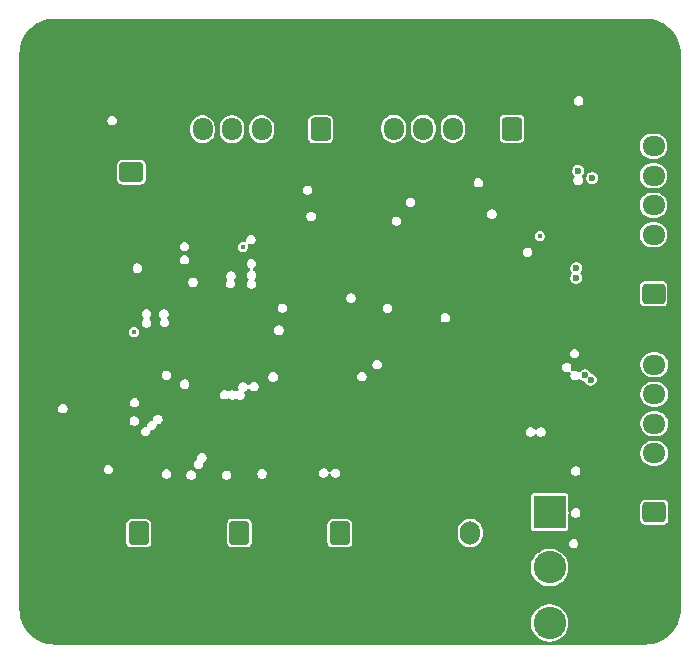
<source format=gbr>
%TF.GenerationSoftware,KiCad,Pcbnew,9.0.4*%
%TF.CreationDate,2025-10-13T17:03:11+02:00*%
%TF.ProjectId,ProjetX,50726f6a-6574-4582-9e6b-696361645f70,rev?*%
%TF.SameCoordinates,Original*%
%TF.FileFunction,Copper,L2,Inr*%
%TF.FilePolarity,Positive*%
%FSLAX46Y46*%
G04 Gerber Fmt 4.6, Leading zero omitted, Abs format (unit mm)*
G04 Created by KiCad (PCBNEW 9.0.4) date 2025-10-13 17:03:11*
%MOMM*%
%LPD*%
G01*
G04 APERTURE LIST*
G04 Aperture macros list*
%AMRoundRect*
0 Rectangle with rounded corners*
0 $1 Rounding radius*
0 $2 $3 $4 $5 $6 $7 $8 $9 X,Y pos of 4 corners*
0 Add a 4 corners polygon primitive as box body*
4,1,4,$2,$3,$4,$5,$6,$7,$8,$9,$2,$3,0*
0 Add four circle primitives for the rounded corners*
1,1,$1+$1,$2,$3*
1,1,$1+$1,$4,$5*
1,1,$1+$1,$6,$7*
1,1,$1+$1,$8,$9*
0 Add four rect primitives between the rounded corners*
20,1,$1+$1,$2,$3,$4,$5,0*
20,1,$1+$1,$4,$5,$6,$7,0*
20,1,$1+$1,$6,$7,$8,$9,0*
20,1,$1+$1,$8,$9,$2,$3,0*%
G04 Aperture macros list end*
%TA.AperFunction,ComponentPad*%
%ADD10RoundRect,0.250000X-0.600000X-0.750000X0.600000X-0.750000X0.600000X0.750000X-0.600000X0.750000X0*%
%TD*%
%TA.AperFunction,ComponentPad*%
%ADD11O,1.700000X2.000000*%
%TD*%
%TA.AperFunction,ComponentPad*%
%ADD12R,2.750000X2.750000*%
%TD*%
%TA.AperFunction,ComponentPad*%
%ADD13C,2.750000*%
%TD*%
%TA.AperFunction,ComponentPad*%
%ADD14C,0.800000*%
%TD*%
%TA.AperFunction,ComponentPad*%
%ADD15C,6.400000*%
%TD*%
%TA.AperFunction,ComponentPad*%
%ADD16RoundRect,0.250000X0.725000X-0.600000X0.725000X0.600000X-0.725000X0.600000X-0.725000X-0.600000X0*%
%TD*%
%TA.AperFunction,ComponentPad*%
%ADD17O,1.950000X1.700000*%
%TD*%
%TA.AperFunction,ComponentPad*%
%ADD18RoundRect,0.250000X0.600000X0.725000X-0.600000X0.725000X-0.600000X-0.725000X0.600000X-0.725000X0*%
%TD*%
%TA.AperFunction,ComponentPad*%
%ADD19O,1.700000X1.950000*%
%TD*%
%TA.AperFunction,ComponentPad*%
%ADD20RoundRect,0.250000X-0.750000X0.600000X-0.750000X-0.600000X0.750000X-0.600000X0.750000X0.600000X0*%
%TD*%
%TA.AperFunction,ComponentPad*%
%ADD21O,2.000000X1.700000*%
%TD*%
%TA.AperFunction,ViaPad*%
%ADD22C,0.450000*%
%TD*%
%TA.AperFunction,ViaPad*%
%ADD23C,0.600000*%
%TD*%
G04 APERTURE END LIST*
D10*
%TO.N,Net-(J7-Pin_1)*%
%TO.C,J7*%
X154130000Y-119050000D03*
D11*
%TO.N,GND*%
X156630000Y-119050000D03*
%TD*%
D12*
%TO.N,unconnected-(S1-Pad1)*%
%TO.C,S1*%
X180400000Y-117275000D03*
D13*
%TO.N,+BATT*%
X180400000Y-121975000D03*
%TO.N,Net-(J2-Pin_2)*%
X180400000Y-126675000D03*
%TD*%
D14*
%TO.N,GND*%
%TO.C,H1*%
X136600000Y-79000000D03*
X137302944Y-77302944D03*
X137302944Y-80697056D03*
X139000000Y-76600000D03*
D15*
X139000000Y-79000000D03*
D14*
X139000000Y-81400000D03*
X140697056Y-77302944D03*
X140697056Y-80697056D03*
X141400000Y-79000000D03*
%TD*%
%TO.N,GND*%
%TO.C,H2*%
X185600000Y-79000000D03*
X186302944Y-77302944D03*
X186302944Y-80697056D03*
X188000000Y-76600000D03*
D15*
X188000000Y-79000000D03*
D14*
X188000000Y-81400000D03*
X189697056Y-77302944D03*
X189697056Y-80697056D03*
X190400000Y-79000000D03*
%TD*%
%TO.N,GND*%
%TO.C,H3*%
X136600000Y-125000000D03*
X137302944Y-123302944D03*
X137302944Y-126697056D03*
X139000000Y-122600000D03*
D15*
X139000000Y-125000000D03*
D14*
X139000000Y-127400000D03*
X140697056Y-123302944D03*
X140697056Y-126697056D03*
X141400000Y-125000000D03*
%TD*%
D10*
%TO.N,Net-(J8-Pin_1)*%
%TO.C,J8*%
X145610000Y-119080000D03*
D11*
%TO.N,GND*%
X148110000Y-119080000D03*
%TD*%
D16*
%TO.N,/Actionneurs/MOTEUR2-*%
%TO.C,J5*%
X189255000Y-117300000D03*
D17*
%TO.N,GND*%
X189255000Y-114800000D03*
%TO.N,/Actionneurs/ENCOD_A2*%
X189255000Y-112300000D03*
%TO.N,/Actionneurs/ENCOD_B2*%
X189255000Y-109800000D03*
%TO.N,+3.3V*%
X189255000Y-107300000D03*
%TO.N,/Actionneurs/MOTEUR2+*%
X189255000Y-104800000D03*
%TD*%
D18*
%TO.N,/STM32/LIDAR_M_CTR*%
%TO.C,J6*%
X161010000Y-84880000D03*
D19*
%TO.N,GND*%
X158510000Y-84880000D03*
%TO.N,unconnected-(J6-Pin_3-Pad3)*%
X156010000Y-84880000D03*
%TO.N,Net-(J6-Pin_4)*%
X153510000Y-84880000D03*
%TO.N,+5V*%
X151010000Y-84880000D03*
%TD*%
D20*
%TO.N,Net-(J4-Pin_1)*%
%TO.C,J4*%
X144995000Y-88500000D03*
D21*
%TO.N,GND*%
X144995000Y-91000000D03*
%TD*%
D16*
%TO.N,/Actionneurs/MOTEUR1-*%
%TO.C,J3*%
X189200000Y-98800000D03*
D17*
%TO.N,GND*%
X189200000Y-96300000D03*
%TO.N,/Actionneurs/ENCOD_A1*%
X189200000Y-93800000D03*
%TO.N,/Actionneurs/ENCOD_B1*%
X189200000Y-91300000D03*
%TO.N,+3.3V*%
X189200000Y-88800000D03*
%TO.N,/Actionneurs/MOTEUR1+*%
X189200000Y-86300000D03*
%TD*%
D10*
%TO.N,Net-(J9-Pin_1)*%
%TO.C,J9*%
X162640000Y-119080000D03*
D11*
%TO.N,GND*%
X165140000Y-119080000D03*
%TD*%
D10*
%TO.N,GND*%
%TO.C,J2*%
X171170000Y-119050000D03*
D11*
%TO.N,Net-(J2-Pin_2)*%
X173670000Y-119050000D03*
%TD*%
D14*
%TO.N,GND*%
%TO.C,H4*%
X185600000Y-125000000D03*
X186302944Y-123302944D03*
X186302944Y-126697056D03*
X188000000Y-122600000D03*
D15*
X188000000Y-125000000D03*
D14*
X188000000Y-127400000D03*
X189697056Y-123302944D03*
X189697056Y-126697056D03*
X190400000Y-125000000D03*
%TD*%
D18*
%TO.N,unconnected-(J11-Pin_1-Pad1)*%
%TO.C,J11*%
X177210000Y-84830000D03*
D19*
%TO.N,GND*%
X174710000Y-84830000D03*
%TO.N,/STM32/BLE_RX*%
X172210000Y-84830000D03*
%TO.N,/STM32/BLE_TX*%
X169710000Y-84830000D03*
%TO.N,+5V*%
X167210000Y-84830000D03*
%TD*%
D22*
%TO.N,+3.3V*%
X145200000Y-102050000D03*
%TO.N,GND*%
X169463749Y-92615000D03*
X148080000Y-108075000D03*
X157760000Y-99030000D03*
X185200000Y-112950000D03*
X177600000Y-104942500D03*
X152130000Y-111790000D03*
X177790000Y-90735000D03*
X139050000Y-113690000D03*
X140280000Y-95500000D03*
X163170000Y-113970000D03*
X152600000Y-102400000D03*
X144140000Y-97990000D03*
X183300000Y-92800000D03*
X182490000Y-86090000D03*
X154570000Y-114020000D03*
X136175000Y-117950000D03*
X157880000Y-110780000D03*
X165800000Y-102100000D03*
X171510000Y-101840000D03*
X175520000Y-90750000D03*
X182070000Y-100720000D03*
X140300000Y-104550000D03*
X158150000Y-114040000D03*
X144160000Y-110760000D03*
X170207516Y-98052484D03*
X158310000Y-92270000D03*
X158430000Y-101870000D03*
X183242500Y-109500000D03*
X139080000Y-109900000D03*
X139100000Y-111110000D03*
X175490000Y-104932500D03*
X185205000Y-94295000D03*
X147640000Y-97660000D03*
X166120000Y-98280000D03*
X151950000Y-114140000D03*
X173270000Y-104902500D03*
D23*
%TO.N,+BATT*%
X182665000Y-96625000D03*
X184000000Y-89000000D03*
X182650000Y-97450000D03*
X183877500Y-106077500D03*
X182810000Y-88400000D03*
X183400000Y-105700000D03*
D22*
%TO.N,/Actionneurs/ENCOD_A1*%
X154415218Y-94845536D03*
%TO.N,/Actionneurs/FWD1*%
X179550000Y-93900000D03*
%TD*%
%TA.AperFunction,Conductor*%
%TO.N,GND*%
G36*
X188503244Y-75500670D02*
G01*
X188807046Y-75516592D01*
X188819953Y-75517949D01*
X188951089Y-75538718D01*
X189117209Y-75565028D01*
X189129896Y-75567724D01*
X189420625Y-75645625D01*
X189432965Y-75649635D01*
X189713938Y-75757490D01*
X189725790Y-75762767D01*
X189993968Y-75899411D01*
X190005199Y-75905896D01*
X190257608Y-76069812D01*
X190268109Y-76077441D01*
X190502010Y-76266850D01*
X190511655Y-76275535D01*
X190724464Y-76488344D01*
X190733149Y-76497989D01*
X190922558Y-76731890D01*
X190930187Y-76742391D01*
X191094101Y-76994796D01*
X191100591Y-77006036D01*
X191237231Y-77274206D01*
X191242510Y-77286064D01*
X191350363Y-77567033D01*
X191354374Y-77579376D01*
X191432273Y-77870097D01*
X191434971Y-77882794D01*
X191482050Y-78180046D01*
X191483407Y-78192953D01*
X191499330Y-78496756D01*
X191499500Y-78503246D01*
X191499500Y-125496753D01*
X191499330Y-125503243D01*
X191483407Y-125807046D01*
X191482050Y-125819953D01*
X191434971Y-126117205D01*
X191432273Y-126129902D01*
X191354374Y-126420623D01*
X191350363Y-126432966D01*
X191242510Y-126713935D01*
X191237231Y-126725793D01*
X191100591Y-126993963D01*
X191094101Y-127005203D01*
X190930187Y-127257608D01*
X190922558Y-127268109D01*
X190733149Y-127502010D01*
X190724464Y-127511655D01*
X190511655Y-127724464D01*
X190502010Y-127733149D01*
X190268109Y-127922558D01*
X190257608Y-127930187D01*
X190005203Y-128094101D01*
X189993963Y-128100591D01*
X189725793Y-128237231D01*
X189713935Y-128242510D01*
X189432966Y-128350363D01*
X189420623Y-128354374D01*
X189129902Y-128432273D01*
X189117205Y-128434971D01*
X188819953Y-128482050D01*
X188807046Y-128483407D01*
X188503244Y-128499330D01*
X188496754Y-128499500D01*
X138503246Y-128499500D01*
X138496756Y-128499330D01*
X138192953Y-128483407D01*
X138180046Y-128482050D01*
X137882794Y-128434971D01*
X137870097Y-128432273D01*
X137579376Y-128354374D01*
X137567033Y-128350363D01*
X137286064Y-128242510D01*
X137274206Y-128237231D01*
X137006036Y-128100591D01*
X136994796Y-128094101D01*
X136742391Y-127930187D01*
X136731890Y-127922558D01*
X136497989Y-127733149D01*
X136488344Y-127724464D01*
X136275535Y-127511655D01*
X136266850Y-127502010D01*
X136077441Y-127268109D01*
X136069812Y-127257608D01*
X135905896Y-127005199D01*
X135899408Y-126993963D01*
X135800066Y-126798995D01*
X135762767Y-126725790D01*
X135757489Y-126713935D01*
X135710134Y-126590570D01*
X135694944Y-126550999D01*
X178824500Y-126550999D01*
X178824500Y-126799000D01*
X178856296Y-126999750D01*
X178863294Y-127043931D01*
X178939927Y-127279782D01*
X179052511Y-127500742D01*
X179198276Y-127701370D01*
X179373630Y-127876724D01*
X179574258Y-128022489D01*
X179795218Y-128135073D01*
X180031069Y-128211706D01*
X180122920Y-128226253D01*
X180276000Y-128250500D01*
X180276005Y-128250500D01*
X180524000Y-128250500D01*
X180660070Y-128228947D01*
X180768931Y-128211706D01*
X181004782Y-128135073D01*
X181225742Y-128022489D01*
X181426370Y-127876724D01*
X181601724Y-127701370D01*
X181747489Y-127500742D01*
X181860073Y-127279782D01*
X181936706Y-127043931D01*
X181953947Y-126935070D01*
X181975500Y-126799000D01*
X181975500Y-126550999D01*
X181936706Y-126306072D01*
X181936706Y-126306069D01*
X181860073Y-126070218D01*
X181747489Y-125849258D01*
X181601724Y-125648630D01*
X181426370Y-125473276D01*
X181225742Y-125327511D01*
X181004782Y-125214927D01*
X180768931Y-125138294D01*
X180768929Y-125138293D01*
X180768927Y-125138293D01*
X180524000Y-125099500D01*
X180523995Y-125099500D01*
X180276005Y-125099500D01*
X180276000Y-125099500D01*
X180031072Y-125138293D01*
X179795215Y-125214928D01*
X179574257Y-125327511D01*
X179459792Y-125410675D01*
X179373630Y-125473276D01*
X179373628Y-125473278D01*
X179373627Y-125473278D01*
X179198278Y-125648627D01*
X179198278Y-125648628D01*
X179198276Y-125648630D01*
X179171885Y-125684954D01*
X179052511Y-125849257D01*
X178939928Y-126070215D01*
X178863293Y-126306072D01*
X178824500Y-126550999D01*
X135694944Y-126550999D01*
X135649636Y-126432966D01*
X135645625Y-126420623D01*
X135567726Y-126129902D01*
X135565028Y-126117205D01*
X135517949Y-125819953D01*
X135516592Y-125807046D01*
X135500670Y-125503243D01*
X135500500Y-125496753D01*
X135500500Y-121850999D01*
X178824500Y-121850999D01*
X178824500Y-122099000D01*
X178863293Y-122343927D01*
X178863294Y-122343931D01*
X178939927Y-122579782D01*
X179052511Y-122800742D01*
X179198276Y-123001370D01*
X179373630Y-123176724D01*
X179574258Y-123322489D01*
X179795218Y-123435073D01*
X180031069Y-123511706D01*
X180122920Y-123526253D01*
X180276000Y-123550500D01*
X180276005Y-123550500D01*
X180524000Y-123550500D01*
X180660070Y-123528947D01*
X180768931Y-123511706D01*
X181004782Y-123435073D01*
X181225742Y-123322489D01*
X181426370Y-123176724D01*
X181601724Y-123001370D01*
X181747489Y-122800742D01*
X181860073Y-122579782D01*
X181936706Y-122343931D01*
X181953947Y-122235070D01*
X181975500Y-122099000D01*
X181975500Y-121850999D01*
X181936706Y-121606072D01*
X181936706Y-121606069D01*
X181860073Y-121370218D01*
X181747489Y-121149258D01*
X181601724Y-120948630D01*
X181426370Y-120773276D01*
X181225742Y-120627511D01*
X181004782Y-120514927D01*
X180768931Y-120438294D01*
X180768929Y-120438293D01*
X180768927Y-120438293D01*
X180524000Y-120399500D01*
X180523995Y-120399500D01*
X180276005Y-120399500D01*
X180276000Y-120399500D01*
X180031072Y-120438293D01*
X179795215Y-120514928D01*
X179574257Y-120627511D01*
X179459792Y-120710675D01*
X179373630Y-120773276D01*
X179373628Y-120773278D01*
X179373627Y-120773278D01*
X179198278Y-120948627D01*
X179198278Y-120948628D01*
X179198276Y-120948630D01*
X179135675Y-121034792D01*
X179052511Y-121149257D01*
X178939928Y-121370215D01*
X178863293Y-121606072D01*
X178824500Y-121850999D01*
X135500500Y-121850999D01*
X135500500Y-118275730D01*
X144559500Y-118275730D01*
X144559500Y-119884269D01*
X144562353Y-119914699D01*
X144562353Y-119914701D01*
X144607206Y-120042880D01*
X144607207Y-120042882D01*
X144687850Y-120152150D01*
X144797118Y-120232793D01*
X144839566Y-120247646D01*
X144925299Y-120277646D01*
X144955730Y-120280500D01*
X144955734Y-120280500D01*
X146264270Y-120280500D01*
X146294699Y-120277646D01*
X146294701Y-120277646D01*
X146380434Y-120247646D01*
X146422882Y-120232793D01*
X146532150Y-120152150D01*
X146612793Y-120042882D01*
X146635219Y-119978790D01*
X146657646Y-119914701D01*
X146657646Y-119914699D01*
X146660500Y-119884269D01*
X146660500Y-118275729D01*
X146658501Y-118254412D01*
X146657686Y-118245730D01*
X153079500Y-118245730D01*
X153079500Y-119854269D01*
X153082353Y-119884699D01*
X153082353Y-119884701D01*
X153127206Y-120012880D01*
X153127207Y-120012882D01*
X153207850Y-120122150D01*
X153317118Y-120202793D01*
X153338089Y-120210131D01*
X153445299Y-120247646D01*
X153475730Y-120250500D01*
X153475734Y-120250500D01*
X154784270Y-120250500D01*
X154814699Y-120247646D01*
X154814701Y-120247646D01*
X154878790Y-120225219D01*
X154942882Y-120202793D01*
X155052150Y-120122150D01*
X155132793Y-120012882D01*
X155167149Y-119914699D01*
X155177646Y-119884701D01*
X155177646Y-119884699D01*
X155180500Y-119854269D01*
X155180500Y-118275730D01*
X161589500Y-118275730D01*
X161589500Y-119884269D01*
X161592353Y-119914699D01*
X161592353Y-119914701D01*
X161637206Y-120042880D01*
X161637207Y-120042882D01*
X161717850Y-120152150D01*
X161827118Y-120232793D01*
X161869566Y-120247646D01*
X161955299Y-120277646D01*
X161985730Y-120280500D01*
X161985734Y-120280500D01*
X163294270Y-120280500D01*
X163324699Y-120277646D01*
X163324701Y-120277646D01*
X163410434Y-120247646D01*
X163452882Y-120232793D01*
X163562150Y-120152150D01*
X163642793Y-120042882D01*
X163665219Y-119978790D01*
X163687646Y-119914701D01*
X163687646Y-119914699D01*
X163690500Y-119884269D01*
X163690500Y-118796530D01*
X172619500Y-118796530D01*
X172619500Y-119303469D01*
X172659868Y-119506412D01*
X172659870Y-119506420D01*
X172739059Y-119697598D01*
X172796062Y-119782910D01*
X172854024Y-119869657D01*
X173000342Y-120015975D01*
X173000345Y-120015977D01*
X173172402Y-120130941D01*
X173363580Y-120210130D01*
X173552187Y-120247646D01*
X173566530Y-120250499D01*
X173566534Y-120250500D01*
X173566535Y-120250500D01*
X173773466Y-120250500D01*
X173773467Y-120250499D01*
X173976420Y-120210130D01*
X174167598Y-120130941D01*
X174339655Y-120015977D01*
X174470859Y-119884773D01*
X182037000Y-119884773D01*
X182037000Y-119990227D01*
X182064293Y-120092087D01*
X182117020Y-120183413D01*
X182191587Y-120257980D01*
X182282913Y-120310707D01*
X182384773Y-120338000D01*
X182384775Y-120338000D01*
X182490225Y-120338000D01*
X182490227Y-120338000D01*
X182592087Y-120310707D01*
X182683413Y-120257980D01*
X182757980Y-120183413D01*
X182810707Y-120092087D01*
X182838000Y-119990227D01*
X182838000Y-119884773D01*
X182810707Y-119782913D01*
X182757980Y-119691587D01*
X182683413Y-119617020D01*
X182592087Y-119564293D01*
X182490227Y-119537000D01*
X182384773Y-119537000D01*
X182282913Y-119564293D01*
X182282910Y-119564294D01*
X182191585Y-119617021D01*
X182117021Y-119691585D01*
X182064294Y-119782910D01*
X182064293Y-119782913D01*
X182037000Y-119884773D01*
X174470859Y-119884773D01*
X174485977Y-119869655D01*
X174600941Y-119697598D01*
X174680130Y-119506420D01*
X174720500Y-119303465D01*
X174720500Y-118796535D01*
X174680130Y-118593580D01*
X174600941Y-118402402D01*
X174485977Y-118230345D01*
X174485975Y-118230342D01*
X174339657Y-118084024D01*
X174191005Y-117984699D01*
X174167598Y-117969059D01*
X173976420Y-117889870D01*
X173976412Y-117889868D01*
X173773469Y-117849500D01*
X173773465Y-117849500D01*
X173566535Y-117849500D01*
X173566530Y-117849500D01*
X173363587Y-117889868D01*
X173363579Y-117889870D01*
X173172403Y-117969058D01*
X173000342Y-118084024D01*
X172854024Y-118230342D01*
X172739058Y-118402403D01*
X172659870Y-118593579D01*
X172659868Y-118593587D01*
X172619500Y-118796530D01*
X163690500Y-118796530D01*
X163690500Y-118275730D01*
X163687646Y-118245300D01*
X163687646Y-118245298D01*
X163642793Y-118117119D01*
X163642792Y-118117117D01*
X163562150Y-118007850D01*
X163452882Y-117927207D01*
X163452880Y-117927206D01*
X163324700Y-117882353D01*
X163294270Y-117879500D01*
X163294266Y-117879500D01*
X161985734Y-117879500D01*
X161985730Y-117879500D01*
X161955300Y-117882353D01*
X161955298Y-117882353D01*
X161827119Y-117927206D01*
X161827117Y-117927207D01*
X161717850Y-118007850D01*
X161637207Y-118117117D01*
X161637206Y-118117119D01*
X161592353Y-118245298D01*
X161592353Y-118245300D01*
X161589500Y-118275730D01*
X155180500Y-118275730D01*
X155180500Y-118245730D01*
X155177646Y-118215300D01*
X155177646Y-118215298D01*
X155132793Y-118087119D01*
X155132792Y-118087117D01*
X155052150Y-117977850D01*
X154942882Y-117897207D01*
X154942880Y-117897206D01*
X154814700Y-117852353D01*
X154784270Y-117849500D01*
X154784266Y-117849500D01*
X153475734Y-117849500D01*
X153475730Y-117849500D01*
X153445300Y-117852353D01*
X153445298Y-117852353D01*
X153317119Y-117897206D01*
X153317117Y-117897207D01*
X153207850Y-117977850D01*
X153127207Y-118087117D01*
X153127206Y-118087119D01*
X153082353Y-118215298D01*
X153082353Y-118215300D01*
X153079500Y-118245730D01*
X146657686Y-118245730D01*
X146657646Y-118245300D01*
X146657646Y-118245298D01*
X146612793Y-118117119D01*
X146612792Y-118117117D01*
X146532150Y-118007850D01*
X146422882Y-117927207D01*
X146422880Y-117927206D01*
X146294700Y-117882353D01*
X146264270Y-117879500D01*
X146264266Y-117879500D01*
X144955734Y-117879500D01*
X144955730Y-117879500D01*
X144925300Y-117882353D01*
X144925298Y-117882353D01*
X144797119Y-117927206D01*
X144797117Y-117927207D01*
X144687850Y-118007850D01*
X144607207Y-118117117D01*
X144607206Y-118117119D01*
X144562353Y-118245298D01*
X144562353Y-118245300D01*
X144559500Y-118275730D01*
X135500500Y-118275730D01*
X135500500Y-115880247D01*
X178824500Y-115880247D01*
X178824500Y-118669752D01*
X178836131Y-118728229D01*
X178836132Y-118728230D01*
X178880447Y-118794552D01*
X178946769Y-118838867D01*
X178946770Y-118838868D01*
X179005247Y-118850499D01*
X179005250Y-118850500D01*
X179005252Y-118850500D01*
X181794750Y-118850500D01*
X181794751Y-118850499D01*
X181809568Y-118847552D01*
X181853229Y-118838868D01*
X181853229Y-118838867D01*
X181853231Y-118838867D01*
X181919552Y-118794552D01*
X181963867Y-118728231D01*
X181963867Y-118728229D01*
X181963868Y-118728229D01*
X181975499Y-118669752D01*
X181975500Y-118669750D01*
X181975500Y-117480630D01*
X181995185Y-117413591D01*
X182047989Y-117367836D01*
X182117147Y-117357892D01*
X182180703Y-117386917D01*
X182218477Y-117445695D01*
X182219266Y-117448507D01*
X182234293Y-117504587D01*
X182287020Y-117595913D01*
X182361587Y-117670480D01*
X182452913Y-117723207D01*
X182554773Y-117750500D01*
X182554775Y-117750500D01*
X182660225Y-117750500D01*
X182660227Y-117750500D01*
X182762087Y-117723207D01*
X182853413Y-117670480D01*
X182927980Y-117595913D01*
X182980707Y-117504587D01*
X183008000Y-117402727D01*
X183008000Y-117297273D01*
X182980707Y-117195413D01*
X182927980Y-117104087D01*
X182853413Y-117029520D01*
X182762087Y-116976793D01*
X182660227Y-116949500D01*
X182554773Y-116949500D01*
X182452913Y-116976793D01*
X182452910Y-116976794D01*
X182361585Y-117029521D01*
X182287021Y-117104085D01*
X182234294Y-117195410D01*
X182234293Y-117195411D01*
X182219275Y-117251463D01*
X182182910Y-117311123D01*
X182120063Y-117341652D01*
X182050687Y-117333357D01*
X181996809Y-117288872D01*
X181975535Y-117222320D01*
X181975500Y-117219369D01*
X181975500Y-116645730D01*
X188079500Y-116645730D01*
X188079500Y-117954269D01*
X188082353Y-117984699D01*
X188082353Y-117984701D01*
X188118192Y-118087119D01*
X188127207Y-118112882D01*
X188207850Y-118222150D01*
X188317118Y-118302793D01*
X188359845Y-118317744D01*
X188445299Y-118347646D01*
X188475730Y-118350500D01*
X188475734Y-118350500D01*
X190034270Y-118350500D01*
X190064699Y-118347646D01*
X190064701Y-118347646D01*
X190128790Y-118325219D01*
X190192882Y-118302793D01*
X190302150Y-118222150D01*
X190382793Y-118112882D01*
X190405219Y-118048790D01*
X190427646Y-117984701D01*
X190427646Y-117984699D01*
X190430500Y-117954269D01*
X190430500Y-116645730D01*
X190427646Y-116615300D01*
X190427646Y-116615298D01*
X190382793Y-116487119D01*
X190382792Y-116487117D01*
X190302150Y-116377850D01*
X190192882Y-116297207D01*
X190192880Y-116297206D01*
X190064700Y-116252353D01*
X190034270Y-116249500D01*
X190034266Y-116249500D01*
X188475734Y-116249500D01*
X188475730Y-116249500D01*
X188445300Y-116252353D01*
X188445298Y-116252353D01*
X188317119Y-116297206D01*
X188317117Y-116297207D01*
X188207850Y-116377850D01*
X188127207Y-116487117D01*
X188127206Y-116487119D01*
X188082353Y-116615298D01*
X188082353Y-116615300D01*
X188079500Y-116645730D01*
X181975500Y-116645730D01*
X181975500Y-115880249D01*
X181975499Y-115880247D01*
X181963868Y-115821770D01*
X181963867Y-115821769D01*
X181919552Y-115755447D01*
X181853230Y-115711132D01*
X181853229Y-115711131D01*
X181794752Y-115699500D01*
X181794748Y-115699500D01*
X179005252Y-115699500D01*
X179005247Y-115699500D01*
X178946770Y-115711131D01*
X178946769Y-115711132D01*
X178880447Y-115755447D01*
X178836132Y-115821769D01*
X178836131Y-115821770D01*
X178824500Y-115880247D01*
X135500500Y-115880247D01*
X135500500Y-113637273D01*
X142639500Y-113637273D01*
X142639500Y-113742727D01*
X142666793Y-113844587D01*
X142719520Y-113935913D01*
X142794087Y-114010480D01*
X142885413Y-114063207D01*
X142987273Y-114090500D01*
X142987275Y-114090500D01*
X143092725Y-114090500D01*
X143092727Y-114090500D01*
X143194587Y-114063207D01*
X143285913Y-114010480D01*
X143309120Y-113987273D01*
X147554500Y-113987273D01*
X147554500Y-114092727D01*
X147581793Y-114194587D01*
X147634520Y-114285913D01*
X147709087Y-114360480D01*
X147800413Y-114413207D01*
X147902273Y-114440500D01*
X147902275Y-114440500D01*
X148007725Y-114440500D01*
X148007727Y-114440500D01*
X148109587Y-114413207D01*
X148200913Y-114360480D01*
X148275480Y-114285913D01*
X148328207Y-114194587D01*
X148355500Y-114092727D01*
X148355500Y-114087273D01*
X149649500Y-114087273D01*
X149649500Y-114192727D01*
X149676793Y-114294587D01*
X149729520Y-114385913D01*
X149804087Y-114460480D01*
X149895413Y-114513207D01*
X149997273Y-114540500D01*
X149997275Y-114540500D01*
X150102725Y-114540500D01*
X150102727Y-114540500D01*
X150204587Y-114513207D01*
X150295913Y-114460480D01*
X150370480Y-114385913D01*
X150423207Y-114294587D01*
X150450500Y-114192727D01*
X150450500Y-114087273D01*
X152649500Y-114087273D01*
X152649500Y-114192727D01*
X152676793Y-114294587D01*
X152729520Y-114385913D01*
X152804087Y-114460480D01*
X152895413Y-114513207D01*
X152997273Y-114540500D01*
X152997275Y-114540500D01*
X153102725Y-114540500D01*
X153102727Y-114540500D01*
X153204587Y-114513207D01*
X153295913Y-114460480D01*
X153370480Y-114385913D01*
X153423207Y-114294587D01*
X153450500Y-114192727D01*
X153450500Y-114087273D01*
X153423705Y-113987273D01*
X155649500Y-113987273D01*
X155649500Y-114092727D01*
X155676793Y-114194587D01*
X155729520Y-114285913D01*
X155804087Y-114360480D01*
X155895413Y-114413207D01*
X155997273Y-114440500D01*
X155997275Y-114440500D01*
X156102725Y-114440500D01*
X156102727Y-114440500D01*
X156204587Y-114413207D01*
X156295913Y-114360480D01*
X156370480Y-114285913D01*
X156423207Y-114194587D01*
X156450500Y-114092727D01*
X156450500Y-113987273D01*
X156431744Y-113917273D01*
X160869500Y-113917273D01*
X160869500Y-114022727D01*
X160896793Y-114124587D01*
X160949520Y-114215913D01*
X161024087Y-114290480D01*
X161115413Y-114343207D01*
X161217273Y-114370500D01*
X161217275Y-114370500D01*
X161322725Y-114370500D01*
X161322727Y-114370500D01*
X161424587Y-114343207D01*
X161515913Y-114290480D01*
X161590480Y-114215913D01*
X161643207Y-114124587D01*
X161650225Y-114098393D01*
X161686589Y-114038733D01*
X161749436Y-114008203D01*
X161818812Y-114016497D01*
X161872690Y-114060982D01*
X161889775Y-114098394D01*
X161896792Y-114124585D01*
X161896793Y-114124587D01*
X161949520Y-114215913D01*
X162024087Y-114290480D01*
X162115413Y-114343207D01*
X162217273Y-114370500D01*
X162217275Y-114370500D01*
X162322725Y-114370500D01*
X162322727Y-114370500D01*
X162424587Y-114343207D01*
X162515913Y-114290480D01*
X162590480Y-114215913D01*
X162643207Y-114124587D01*
X162670500Y-114022727D01*
X162670500Y-113917273D01*
X162643207Y-113815413D01*
X162603866Y-113747273D01*
X182207000Y-113747273D01*
X182207000Y-113852727D01*
X182234293Y-113954587D01*
X182287020Y-114045913D01*
X182361587Y-114120480D01*
X182452913Y-114173207D01*
X182554773Y-114200500D01*
X182554775Y-114200500D01*
X182660225Y-114200500D01*
X182660227Y-114200500D01*
X182762087Y-114173207D01*
X182853413Y-114120480D01*
X182927980Y-114045913D01*
X182980707Y-113954587D01*
X183008000Y-113852727D01*
X183008000Y-113747273D01*
X182980707Y-113645413D01*
X182927980Y-113554087D01*
X182853413Y-113479520D01*
X182762087Y-113426793D01*
X182660227Y-113399500D01*
X182554773Y-113399500D01*
X182452913Y-113426793D01*
X182452910Y-113426794D01*
X182361585Y-113479521D01*
X182287021Y-113554085D01*
X182234294Y-113645410D01*
X182234293Y-113645413D01*
X182207000Y-113747273D01*
X162603866Y-113747273D01*
X162590480Y-113724087D01*
X162515913Y-113649520D01*
X162424587Y-113596793D01*
X162322727Y-113569500D01*
X162217273Y-113569500D01*
X162115413Y-113596793D01*
X162115410Y-113596794D01*
X162024085Y-113649521D01*
X161949521Y-113724085D01*
X161896794Y-113815410D01*
X161896793Y-113815413D01*
X161889775Y-113841606D01*
X161853410Y-113901267D01*
X161790563Y-113931796D01*
X161721188Y-113923501D01*
X161667310Y-113879016D01*
X161650225Y-113841606D01*
X161643207Y-113815413D01*
X161590480Y-113724087D01*
X161515913Y-113649520D01*
X161424587Y-113596793D01*
X161322727Y-113569500D01*
X161217273Y-113569500D01*
X161115413Y-113596793D01*
X161115410Y-113596794D01*
X161024085Y-113649521D01*
X160949521Y-113724085D01*
X160896794Y-113815410D01*
X160896793Y-113815413D01*
X160869500Y-113917273D01*
X156431744Y-113917273D01*
X156423207Y-113885413D01*
X156370480Y-113794087D01*
X156295913Y-113719520D01*
X156204587Y-113666793D01*
X156102727Y-113639500D01*
X155997273Y-113639500D01*
X155895413Y-113666793D01*
X155895410Y-113666794D01*
X155804085Y-113719521D01*
X155729521Y-113794085D01*
X155676794Y-113885410D01*
X155676793Y-113885413D01*
X155649500Y-113987273D01*
X153423705Y-113987273D01*
X153423207Y-113985413D01*
X153370480Y-113894087D01*
X153295913Y-113819520D01*
X153204587Y-113766793D01*
X153102727Y-113739500D01*
X152997273Y-113739500D01*
X152895413Y-113766793D01*
X152895410Y-113766794D01*
X152804085Y-113819521D01*
X152729521Y-113894085D01*
X152676794Y-113985410D01*
X152676794Y-113985411D01*
X152676793Y-113985413D01*
X152649500Y-114087273D01*
X150450500Y-114087273D01*
X150423207Y-113985413D01*
X150370480Y-113894087D01*
X150295913Y-113819520D01*
X150204587Y-113766793D01*
X150102727Y-113739500D01*
X149997273Y-113739500D01*
X149895413Y-113766793D01*
X149895410Y-113766794D01*
X149804085Y-113819521D01*
X149729521Y-113894085D01*
X149676794Y-113985410D01*
X149676794Y-113985411D01*
X149676793Y-113985413D01*
X149649500Y-114087273D01*
X148355500Y-114087273D01*
X148355500Y-113987273D01*
X148328207Y-113885413D01*
X148275480Y-113794087D01*
X148200913Y-113719520D01*
X148109587Y-113666793D01*
X148007727Y-113639500D01*
X147902273Y-113639500D01*
X147800413Y-113666793D01*
X147800410Y-113666794D01*
X147709085Y-113719521D01*
X147634521Y-113794085D01*
X147581794Y-113885410D01*
X147581793Y-113885413D01*
X147554500Y-113987273D01*
X143309120Y-113987273D01*
X143360480Y-113935913D01*
X143413207Y-113844587D01*
X143440500Y-113742727D01*
X143440500Y-113637273D01*
X143413207Y-113535413D01*
X143360480Y-113444087D01*
X143285913Y-113369520D01*
X143194587Y-113316793D01*
X143092727Y-113289500D01*
X142987273Y-113289500D01*
X142885413Y-113316793D01*
X142885410Y-113316794D01*
X142794085Y-113369521D01*
X142719521Y-113444085D01*
X142666794Y-113535410D01*
X142666793Y-113535413D01*
X142639500Y-113637273D01*
X135500500Y-113637273D01*
X135500500Y-113188273D01*
X150260682Y-113188273D01*
X150260682Y-113293727D01*
X150287975Y-113395587D01*
X150340702Y-113486913D01*
X150415269Y-113561480D01*
X150506595Y-113614207D01*
X150608455Y-113641500D01*
X150608457Y-113641500D01*
X150713907Y-113641500D01*
X150713909Y-113641500D01*
X150815769Y-113614207D01*
X150907095Y-113561480D01*
X150981662Y-113486913D01*
X151034389Y-113395587D01*
X151061682Y-113293727D01*
X151061682Y-113188273D01*
X151057770Y-113173673D01*
X151059432Y-113103824D01*
X151098593Y-113045961D01*
X151115535Y-113034198D01*
X151203884Y-112983190D01*
X151278451Y-112908623D01*
X151331178Y-112817297D01*
X151358471Y-112715437D01*
X151358471Y-112609983D01*
X151331178Y-112508123D01*
X151278451Y-112416797D01*
X151203884Y-112342230D01*
X151126978Y-112297828D01*
X151112560Y-112289504D01*
X151112559Y-112289503D01*
X151112558Y-112289503D01*
X151010698Y-112262210D01*
X150905244Y-112262210D01*
X150803384Y-112289503D01*
X150803381Y-112289504D01*
X150712056Y-112342231D01*
X150637492Y-112416795D01*
X150584765Y-112508120D01*
X150584764Y-112508123D01*
X150557471Y-112609983D01*
X150557471Y-112715436D01*
X150561383Y-112730036D01*
X150559720Y-112799886D01*
X150520557Y-112857748D01*
X150503610Y-112869515D01*
X150415267Y-112920521D01*
X150340703Y-112995085D01*
X150287976Y-113086410D01*
X150287975Y-113086413D01*
X150260682Y-113188273D01*
X135500500Y-113188273D01*
X135500500Y-112196530D01*
X188079500Y-112196530D01*
X188079500Y-112403469D01*
X188119868Y-112606412D01*
X188119870Y-112606420D01*
X188165026Y-112715437D01*
X188199059Y-112797598D01*
X188247112Y-112869515D01*
X188314024Y-112969657D01*
X188460342Y-113115975D01*
X188460345Y-113115977D01*
X188632402Y-113230941D01*
X188823580Y-113310130D01*
X189026530Y-113350499D01*
X189026534Y-113350500D01*
X189026535Y-113350500D01*
X189483466Y-113350500D01*
X189483467Y-113350499D01*
X189686420Y-113310130D01*
X189877598Y-113230941D01*
X190049655Y-113115977D01*
X190195977Y-112969655D01*
X190310941Y-112797598D01*
X190390130Y-112606420D01*
X190430500Y-112403465D01*
X190430500Y-112196535D01*
X190390130Y-111993580D01*
X190310941Y-111802402D01*
X190195977Y-111630345D01*
X190195975Y-111630342D01*
X190049657Y-111484024D01*
X189963626Y-111426541D01*
X189877598Y-111369059D01*
X189686420Y-111289870D01*
X189686412Y-111289868D01*
X189483469Y-111249500D01*
X189483465Y-111249500D01*
X189026535Y-111249500D01*
X189026530Y-111249500D01*
X188823587Y-111289868D01*
X188823579Y-111289870D01*
X188632403Y-111369058D01*
X188460342Y-111484024D01*
X188314024Y-111630342D01*
X188199058Y-111802403D01*
X188119870Y-111993579D01*
X188119868Y-111993587D01*
X188079500Y-112196530D01*
X135500500Y-112196530D01*
X135500500Y-110407273D01*
X145779500Y-110407273D01*
X145779500Y-110512727D01*
X145790218Y-110552725D01*
X145806793Y-110614586D01*
X145806794Y-110614589D01*
X145820922Y-110639059D01*
X145859520Y-110705913D01*
X145934087Y-110780480D01*
X146025413Y-110833207D01*
X146127273Y-110860500D01*
X146127275Y-110860500D01*
X146232725Y-110860500D01*
X146232727Y-110860500D01*
X146334587Y-110833207D01*
X146425913Y-110780480D01*
X146500480Y-110705913D01*
X146553207Y-110614587D01*
X146580500Y-110512727D01*
X146580500Y-110485577D01*
X146596152Y-110432273D01*
X178384500Y-110432273D01*
X178384500Y-110537727D01*
X178411793Y-110639587D01*
X178464520Y-110730913D01*
X178539087Y-110805480D01*
X178630413Y-110858207D01*
X178732273Y-110885500D01*
X178732275Y-110885500D01*
X178837725Y-110885500D01*
X178837727Y-110885500D01*
X178939587Y-110858207D01*
X179030913Y-110805480D01*
X179105480Y-110730913D01*
X179105780Y-110730393D01*
X179106148Y-110730041D01*
X179110426Y-110724467D01*
X179111294Y-110725133D01*
X179156337Y-110682177D01*
X179224943Y-110668947D01*
X179289810Y-110694908D01*
X179320554Y-110730384D01*
X179329520Y-110745913D01*
X179404087Y-110820480D01*
X179495413Y-110873207D01*
X179597273Y-110900500D01*
X179597275Y-110900500D01*
X179702725Y-110900500D01*
X179702727Y-110900500D01*
X179804587Y-110873207D01*
X179895913Y-110820480D01*
X179970480Y-110745913D01*
X180023207Y-110654587D01*
X180050500Y-110552727D01*
X180050500Y-110447273D01*
X180023207Y-110345413D01*
X179970480Y-110254087D01*
X179895913Y-110179520D01*
X179804587Y-110126793D01*
X179702727Y-110099500D01*
X179597273Y-110099500D01*
X179495413Y-110126793D01*
X179495410Y-110126794D01*
X179404085Y-110179521D01*
X179329520Y-110254086D01*
X179329214Y-110254617D01*
X179328838Y-110254974D01*
X179324574Y-110260533D01*
X179323706Y-110259867D01*
X179278645Y-110302830D01*
X179210037Y-110316050D01*
X179145173Y-110290079D01*
X179114445Y-110254616D01*
X179105480Y-110239087D01*
X179030913Y-110164520D01*
X178939587Y-110111793D01*
X178837727Y-110084500D01*
X178732273Y-110084500D01*
X178630413Y-110111793D01*
X178630410Y-110111794D01*
X178539085Y-110164521D01*
X178464521Y-110239085D01*
X178411794Y-110330410D01*
X178411793Y-110330413D01*
X178384500Y-110432273D01*
X146596152Y-110432273D01*
X146600185Y-110418538D01*
X146652989Y-110372783D01*
X146704500Y-110361577D01*
X146757725Y-110361577D01*
X146757727Y-110361577D01*
X146859587Y-110334284D01*
X146950913Y-110281557D01*
X147025480Y-110206990D01*
X147078207Y-110115664D01*
X147105500Y-110013804D01*
X147105500Y-109960577D01*
X147125185Y-109893538D01*
X147177989Y-109847783D01*
X147229500Y-109836577D01*
X147277725Y-109836577D01*
X147277727Y-109836577D01*
X147379587Y-109809284D01*
X147470913Y-109756557D01*
X147530940Y-109696530D01*
X188079500Y-109696530D01*
X188079500Y-109903469D01*
X188119868Y-110106412D01*
X188119870Y-110106420D01*
X188195944Y-110290079D01*
X188199059Y-110297598D01*
X188241808Y-110361577D01*
X188314024Y-110469657D01*
X188460342Y-110615975D01*
X188460345Y-110615977D01*
X188632402Y-110730941D01*
X188823580Y-110810130D01*
X189026530Y-110850499D01*
X189026534Y-110850500D01*
X189026535Y-110850500D01*
X189483466Y-110850500D01*
X189483467Y-110850499D01*
X189686420Y-110810130D01*
X189877598Y-110730941D01*
X190049655Y-110615977D01*
X190195977Y-110469655D01*
X190310941Y-110297598D01*
X190390130Y-110106420D01*
X190430500Y-109903465D01*
X190430500Y-109696535D01*
X190390130Y-109493580D01*
X190310941Y-109302402D01*
X190195977Y-109130345D01*
X190195975Y-109130342D01*
X190049657Y-108984024D01*
X189928701Y-108903205D01*
X189877598Y-108869059D01*
X189686420Y-108789870D01*
X189686412Y-108789868D01*
X189483469Y-108749500D01*
X189483465Y-108749500D01*
X189026535Y-108749500D01*
X189026530Y-108749500D01*
X188823587Y-108789868D01*
X188823579Y-108789870D01*
X188632403Y-108869058D01*
X188460342Y-108984024D01*
X188314024Y-109130342D01*
X188199058Y-109302403D01*
X188119870Y-109493579D01*
X188119868Y-109493587D01*
X188079500Y-109696530D01*
X147530940Y-109696530D01*
X147545480Y-109681990D01*
X147598207Y-109590664D01*
X147625500Y-109488804D01*
X147625500Y-109383350D01*
X147598207Y-109281490D01*
X147545480Y-109190164D01*
X147470913Y-109115597D01*
X147379587Y-109062870D01*
X147277727Y-109035577D01*
X147172273Y-109035577D01*
X147070413Y-109062870D01*
X147070410Y-109062871D01*
X146979085Y-109115598D01*
X146904521Y-109190162D01*
X146851794Y-109281487D01*
X146851793Y-109281490D01*
X146824500Y-109383350D01*
X146824500Y-109436577D01*
X146804815Y-109503616D01*
X146752011Y-109549371D01*
X146700500Y-109560577D01*
X146652273Y-109560577D01*
X146550413Y-109587870D01*
X146550410Y-109587871D01*
X146459085Y-109640598D01*
X146384521Y-109715162D01*
X146331794Y-109806487D01*
X146331793Y-109806490D01*
X146304500Y-109908350D01*
X146304500Y-109935500D01*
X146284815Y-110002539D01*
X146232011Y-110048294D01*
X146180500Y-110059500D01*
X146127273Y-110059500D01*
X146025413Y-110086793D01*
X146025410Y-110086794D01*
X145934085Y-110139521D01*
X145859521Y-110214085D01*
X145806794Y-110305410D01*
X145806793Y-110305413D01*
X145779500Y-110407273D01*
X135500500Y-110407273D01*
X135500500Y-109517273D01*
X144829500Y-109517273D01*
X144829500Y-109622727D01*
X144856793Y-109724587D01*
X144909520Y-109815913D01*
X144984087Y-109890480D01*
X145075413Y-109943207D01*
X145177273Y-109970500D01*
X145177275Y-109970500D01*
X145282725Y-109970500D01*
X145282727Y-109970500D01*
X145384587Y-109943207D01*
X145475913Y-109890480D01*
X145550480Y-109815913D01*
X145603207Y-109724587D01*
X145630500Y-109622727D01*
X145630500Y-109517273D01*
X145603207Y-109415413D01*
X145550480Y-109324087D01*
X145475913Y-109249520D01*
X145384587Y-109196793D01*
X145282727Y-109169500D01*
X145177273Y-109169500D01*
X145075413Y-109196793D01*
X145075410Y-109196794D01*
X144984085Y-109249521D01*
X144909521Y-109324085D01*
X144856794Y-109415410D01*
X144856793Y-109415413D01*
X144829500Y-109517273D01*
X135500500Y-109517273D01*
X135500500Y-108477273D01*
X138779500Y-108477273D01*
X138779500Y-108582727D01*
X138806793Y-108684587D01*
X138859520Y-108775913D01*
X138934087Y-108850480D01*
X139025413Y-108903207D01*
X139127273Y-108930500D01*
X139127275Y-108930500D01*
X139232725Y-108930500D01*
X139232727Y-108930500D01*
X139334587Y-108903207D01*
X139425913Y-108850480D01*
X139500480Y-108775913D01*
X139553207Y-108684587D01*
X139580500Y-108582727D01*
X139580500Y-108477273D01*
X139553207Y-108375413D01*
X139500480Y-108284087D01*
X139425913Y-108209520D01*
X139334587Y-108156793D01*
X139232727Y-108129500D01*
X139127273Y-108129500D01*
X139025413Y-108156793D01*
X139025410Y-108156794D01*
X138934085Y-108209521D01*
X138859521Y-108284085D01*
X138806794Y-108375410D01*
X138806793Y-108375413D01*
X138779500Y-108477273D01*
X135500500Y-108477273D01*
X135500500Y-107970154D01*
X144854500Y-107970154D01*
X144854500Y-108075608D01*
X144881793Y-108177468D01*
X144934520Y-108268794D01*
X145009087Y-108343361D01*
X145100413Y-108396088D01*
X145202273Y-108423381D01*
X145202275Y-108423381D01*
X145307725Y-108423381D01*
X145307727Y-108423381D01*
X145409587Y-108396088D01*
X145500913Y-108343361D01*
X145575480Y-108268794D01*
X145628207Y-108177468D01*
X145655500Y-108075608D01*
X145655500Y-107970154D01*
X145628207Y-107868294D01*
X145575480Y-107776968D01*
X145500913Y-107702401D01*
X145433415Y-107663431D01*
X145409589Y-107649675D01*
X145409588Y-107649674D01*
X145409587Y-107649674D01*
X145307727Y-107622381D01*
X145202273Y-107622381D01*
X145100413Y-107649674D01*
X145100410Y-107649675D01*
X145009085Y-107702402D01*
X144934521Y-107776966D01*
X144881794Y-107868291D01*
X144881793Y-107868294D01*
X144854500Y-107970154D01*
X135500500Y-107970154D01*
X135500500Y-107297273D01*
X152474500Y-107297273D01*
X152474500Y-107402727D01*
X152501793Y-107504587D01*
X152554520Y-107595913D01*
X152629087Y-107670480D01*
X152720413Y-107723207D01*
X152822273Y-107750500D01*
X152822275Y-107750500D01*
X152927725Y-107750500D01*
X152927727Y-107750500D01*
X153029587Y-107723207D01*
X153120913Y-107670480D01*
X153120914Y-107670478D01*
X153127951Y-107666416D01*
X153129548Y-107669183D01*
X153180711Y-107649399D01*
X153249157Y-107663431D01*
X153272399Y-107680614D01*
X153272463Y-107680531D01*
X153277114Y-107684099D01*
X153278720Y-107685287D01*
X153278913Y-107685480D01*
X153370239Y-107738207D01*
X153472099Y-107765500D01*
X153472101Y-107765500D01*
X153577551Y-107765500D01*
X153577553Y-107765500D01*
X153679413Y-107738207D01*
X153770739Y-107685480D01*
X153770747Y-107685471D01*
X153774338Y-107682717D01*
X153839507Y-107657521D01*
X153907952Y-107671558D01*
X153925311Y-107682713D01*
X153928912Y-107685476D01*
X153928916Y-107685480D01*
X154020242Y-107738207D01*
X154122102Y-107765500D01*
X154122104Y-107765500D01*
X154227554Y-107765500D01*
X154227556Y-107765500D01*
X154329416Y-107738207D01*
X154420742Y-107685480D01*
X154495309Y-107610913D01*
X154548036Y-107519587D01*
X154575329Y-107417727D01*
X154575329Y-107312273D01*
X154548036Y-107210413D01*
X154548033Y-107210408D01*
X154546079Y-107203114D01*
X154546236Y-107196530D01*
X188079500Y-107196530D01*
X188079500Y-107403469D01*
X188119868Y-107606412D01*
X188119870Y-107606420D01*
X188199058Y-107797596D01*
X188314024Y-107969657D01*
X188460342Y-108115975D01*
X188460345Y-108115977D01*
X188632402Y-108230941D01*
X188823580Y-108310130D01*
X188990635Y-108343359D01*
X189026530Y-108350499D01*
X189026534Y-108350500D01*
X189026535Y-108350500D01*
X189483466Y-108350500D01*
X189483467Y-108350499D01*
X189686420Y-108310130D01*
X189877598Y-108230941D01*
X190049655Y-108115977D01*
X190195977Y-107969655D01*
X190310941Y-107797598D01*
X190390130Y-107606420D01*
X190430500Y-107403465D01*
X190430500Y-107196535D01*
X190390130Y-106993580D01*
X190310941Y-106802402D01*
X190195977Y-106630345D01*
X190195975Y-106630342D01*
X190049657Y-106484024D01*
X189944985Y-106414085D01*
X189877598Y-106369059D01*
X189806287Y-106339521D01*
X189686420Y-106289870D01*
X189686412Y-106289868D01*
X189483469Y-106249500D01*
X189483465Y-106249500D01*
X189026535Y-106249500D01*
X189026530Y-106249500D01*
X188823587Y-106289868D01*
X188823579Y-106289870D01*
X188632403Y-106369058D01*
X188460342Y-106484024D01*
X188314024Y-106630342D01*
X188199058Y-106802403D01*
X188119870Y-106993579D01*
X188119868Y-106993587D01*
X188079500Y-107196530D01*
X154546236Y-107196530D01*
X154547742Y-107133264D01*
X154586905Y-107075402D01*
X154603848Y-107063637D01*
X154679028Y-107020233D01*
X154753595Y-106945666D01*
X154795647Y-106872828D01*
X154846213Y-106824615D01*
X154914820Y-106811391D01*
X154979684Y-106837359D01*
X155010418Y-106872828D01*
X155029520Y-106905913D01*
X155104087Y-106980480D01*
X155195413Y-107033207D01*
X155297273Y-107060500D01*
X155297275Y-107060500D01*
X155402725Y-107060500D01*
X155402727Y-107060500D01*
X155504587Y-107033207D01*
X155595913Y-106980480D01*
X155670480Y-106905913D01*
X155723207Y-106814587D01*
X155750500Y-106712727D01*
X155750500Y-106607273D01*
X155723207Y-106505413D01*
X155670480Y-106414087D01*
X155595913Y-106339520D01*
X155504587Y-106286793D01*
X155402727Y-106259500D01*
X155297273Y-106259500D01*
X155195413Y-106286793D01*
X155195410Y-106286794D01*
X155104085Y-106339521D01*
X155029520Y-106414086D01*
X154987467Y-106486923D01*
X154936900Y-106535138D01*
X154868293Y-106548360D01*
X154803428Y-106522392D01*
X154772694Y-106486921D01*
X154753595Y-106453840D01*
X154679028Y-106379273D01*
X154587702Y-106326546D01*
X154485842Y-106299253D01*
X154380388Y-106299253D01*
X154278528Y-106326546D01*
X154278525Y-106326547D01*
X154187200Y-106379274D01*
X154112636Y-106453838D01*
X154059909Y-106545163D01*
X154059908Y-106545166D01*
X154032615Y-106647026D01*
X154032615Y-106752480D01*
X154059908Y-106854340D01*
X154059908Y-106854341D01*
X154061864Y-106861638D01*
X154061223Y-106888557D01*
X154064195Y-106915322D01*
X154060403Y-106922961D01*
X154060201Y-106931488D01*
X154045107Y-106953787D01*
X154033138Y-106977910D01*
X154023651Y-106985489D01*
X154021038Y-106989350D01*
X154005734Y-107000152D01*
X154004903Y-107000648D01*
X153928916Y-107044520D01*
X153925003Y-107048432D01*
X153913472Y-107055329D01*
X153886302Y-107062364D01*
X153860133Y-107072479D01*
X153852941Y-107071003D01*
X153845833Y-107072844D01*
X153819178Y-107064075D01*
X153791690Y-107058435D01*
X153780845Y-107051465D01*
X153779462Y-107051010D01*
X153778725Y-107050102D01*
X153774345Y-107047287D01*
X153770740Y-107044521D01*
X153770739Y-107044520D01*
X153693891Y-107000152D01*
X153679415Y-106991794D01*
X153679414Y-106991793D01*
X153679413Y-106991793D01*
X153577553Y-106964500D01*
X153472099Y-106964500D01*
X153370239Y-106991793D01*
X153370236Y-106991794D01*
X153320983Y-107020231D01*
X153278913Y-107044520D01*
X153278911Y-107044521D01*
X153271875Y-107048584D01*
X153270286Y-107045833D01*
X153218988Y-107065611D01*
X153150556Y-107051508D01*
X153127424Y-107034388D01*
X153127363Y-107034469D01*
X153122747Y-107030927D01*
X153121105Y-107029712D01*
X153120914Y-107029521D01*
X153120913Y-107029520D01*
X153029587Y-106976793D01*
X152927727Y-106949500D01*
X152822273Y-106949500D01*
X152720413Y-106976793D01*
X152720410Y-106976794D01*
X152629085Y-107029521D01*
X152554521Y-107104085D01*
X152501794Y-107195410D01*
X152501793Y-107195413D01*
X152474500Y-107297273D01*
X135500500Y-107297273D01*
X135500500Y-106397273D01*
X149099500Y-106397273D01*
X149099500Y-106502727D01*
X149126793Y-106604587D01*
X149179520Y-106695913D01*
X149254087Y-106770480D01*
X149345413Y-106823207D01*
X149447273Y-106850500D01*
X149447275Y-106850500D01*
X149552725Y-106850500D01*
X149552727Y-106850500D01*
X149654587Y-106823207D01*
X149745913Y-106770480D01*
X149820480Y-106695913D01*
X149873207Y-106604587D01*
X149900500Y-106502727D01*
X149900500Y-106397273D01*
X149873207Y-106295413D01*
X149820480Y-106204087D01*
X149745913Y-106129520D01*
X149654587Y-106076793D01*
X149552727Y-106049500D01*
X149447273Y-106049500D01*
X149345413Y-106076793D01*
X149345410Y-106076794D01*
X149254085Y-106129521D01*
X149179521Y-106204085D01*
X149126794Y-106295410D01*
X149126793Y-106295413D01*
X149099500Y-106397273D01*
X135500500Y-106397273D01*
X135500500Y-105637827D01*
X147551410Y-105637827D01*
X147551410Y-105743281D01*
X147578703Y-105845141D01*
X147631430Y-105936467D01*
X147705997Y-106011034D01*
X147797323Y-106063761D01*
X147899183Y-106091054D01*
X147899185Y-106091054D01*
X148004635Y-106091054D01*
X148004637Y-106091054D01*
X148106497Y-106063761D01*
X148197823Y-106011034D01*
X148272390Y-105936467D01*
X148325117Y-105845141D01*
X148340962Y-105786005D01*
X156585768Y-105786005D01*
X156585768Y-105891459D01*
X156613061Y-105993319D01*
X156665788Y-106084645D01*
X156740355Y-106159212D01*
X156831681Y-106211939D01*
X156933541Y-106239232D01*
X156933543Y-106239232D01*
X157038993Y-106239232D01*
X157038995Y-106239232D01*
X157140855Y-106211939D01*
X157232181Y-106159212D01*
X157306748Y-106084645D01*
X157359475Y-105993319D01*
X157386768Y-105891459D01*
X157386768Y-105786005D01*
X157376390Y-105747273D01*
X164099500Y-105747273D01*
X164099500Y-105852727D01*
X164126793Y-105954587D01*
X164179520Y-106045913D01*
X164254087Y-106120480D01*
X164345413Y-106173207D01*
X164447273Y-106200500D01*
X164447275Y-106200500D01*
X164552725Y-106200500D01*
X164552727Y-106200500D01*
X164654587Y-106173207D01*
X164745913Y-106120480D01*
X164820480Y-106045913D01*
X164873207Y-105954587D01*
X164900500Y-105852727D01*
X164900500Y-105747273D01*
X164873207Y-105645413D01*
X164820480Y-105554087D01*
X164745913Y-105479520D01*
X164654587Y-105426793D01*
X164552727Y-105399500D01*
X164447273Y-105399500D01*
X164345413Y-105426793D01*
X164345410Y-105426794D01*
X164254085Y-105479521D01*
X164179521Y-105554085D01*
X164126794Y-105645410D01*
X164126793Y-105645413D01*
X164099500Y-105747273D01*
X157376390Y-105747273D01*
X157359475Y-105684145D01*
X157306748Y-105592819D01*
X157232181Y-105518252D01*
X157148012Y-105469657D01*
X157140857Y-105465526D01*
X157140856Y-105465525D01*
X157140855Y-105465525D01*
X157038995Y-105438232D01*
X156933541Y-105438232D01*
X156831681Y-105465525D01*
X156831678Y-105465526D01*
X156740353Y-105518253D01*
X156665789Y-105592817D01*
X156613062Y-105684142D01*
X156613061Y-105684145D01*
X156585768Y-105786005D01*
X148340962Y-105786005D01*
X148352410Y-105743281D01*
X148352410Y-105637827D01*
X148325117Y-105535967D01*
X148272390Y-105444641D01*
X148197823Y-105370074D01*
X148106497Y-105317347D01*
X148004637Y-105290054D01*
X147899183Y-105290054D01*
X147797323Y-105317347D01*
X147797320Y-105317348D01*
X147705995Y-105370075D01*
X147631431Y-105444639D01*
X147578704Y-105535964D01*
X147578703Y-105535967D01*
X147551410Y-105637827D01*
X135500500Y-105637827D01*
X135500500Y-104747273D01*
X165399500Y-104747273D01*
X165399500Y-104852727D01*
X165426793Y-104954587D01*
X165479520Y-105045913D01*
X165554087Y-105120480D01*
X165645413Y-105173207D01*
X165747273Y-105200500D01*
X165747275Y-105200500D01*
X165852725Y-105200500D01*
X165852727Y-105200500D01*
X165954587Y-105173207D01*
X166045913Y-105120480D01*
X166120480Y-105045913D01*
X166160109Y-104977273D01*
X181449500Y-104977273D01*
X181449500Y-105082727D01*
X181473744Y-105173205D01*
X181476793Y-105184586D01*
X181476794Y-105184589D01*
X181481766Y-105193201D01*
X181529520Y-105275913D01*
X181604087Y-105350480D01*
X181695413Y-105403207D01*
X181797273Y-105430500D01*
X181797275Y-105430500D01*
X181902725Y-105430500D01*
X181902727Y-105430500D01*
X182004587Y-105403207D01*
X182004598Y-105403200D01*
X182004905Y-105403074D01*
X182005200Y-105403042D01*
X182012438Y-105401103D01*
X182012740Y-105402230D01*
X182074374Y-105395599D01*
X182136856Y-105426869D01*
X182172514Y-105486954D01*
X182170026Y-105556780D01*
X182166932Y-105565076D01*
X182166795Y-105565406D01*
X182166793Y-105565412D01*
X182166793Y-105565413D01*
X182139500Y-105667273D01*
X182139500Y-105772727D01*
X182166793Y-105874587D01*
X182219520Y-105965913D01*
X182294087Y-106040480D01*
X182385413Y-106093207D01*
X182487273Y-106120500D01*
X182487275Y-106120500D01*
X182592725Y-106120500D01*
X182592727Y-106120500D01*
X182694587Y-106093207D01*
X182785913Y-106040480D01*
X182821609Y-106004783D01*
X182882929Y-105971299D01*
X182952621Y-105976283D01*
X182996970Y-106004784D01*
X182999500Y-106007314D01*
X183092686Y-106100500D01*
X183206814Y-106166392D01*
X183328953Y-106199118D01*
X183388613Y-106235483D01*
X183406630Y-106263886D01*
X183407044Y-106263647D01*
X183411108Y-106270686D01*
X183477000Y-106384814D01*
X183570186Y-106478000D01*
X183684314Y-106543892D01*
X183811608Y-106578000D01*
X183811610Y-106578000D01*
X183943390Y-106578000D01*
X183943392Y-106578000D01*
X184070686Y-106543892D01*
X184184814Y-106478000D01*
X184278000Y-106384814D01*
X184343892Y-106270686D01*
X184378000Y-106143392D01*
X184378000Y-106011608D01*
X184343892Y-105884314D01*
X184278000Y-105770186D01*
X184184814Y-105677000D01*
X184070686Y-105611108D01*
X183948545Y-105578380D01*
X183888886Y-105542016D01*
X183870871Y-105513613D01*
X183870456Y-105513853D01*
X183842554Y-105465526D01*
X183800500Y-105392686D01*
X183707314Y-105299500D01*
X183644139Y-105263026D01*
X183593187Y-105233608D01*
X183529539Y-105216554D01*
X183465892Y-105199500D01*
X183334108Y-105199500D01*
X183206812Y-105233608D01*
X183092686Y-105299500D01*
X183092683Y-105299502D01*
X182999502Y-105392683D01*
X182994552Y-105399135D01*
X182993491Y-105398321D01*
X182949052Y-105440694D01*
X182880444Y-105453916D01*
X182815580Y-105427948D01*
X182804552Y-105418159D01*
X182785914Y-105399521D01*
X182785913Y-105399520D01*
X182694828Y-105346932D01*
X182694589Y-105346794D01*
X182694588Y-105346793D01*
X182694587Y-105346793D01*
X182592727Y-105319500D01*
X182487273Y-105319500D01*
X182385406Y-105346795D01*
X182385076Y-105346932D01*
X182384774Y-105346964D01*
X182377562Y-105348897D01*
X182377260Y-105347771D01*
X182315606Y-105354396D01*
X182253129Y-105323117D01*
X182217481Y-105263026D01*
X182219979Y-105193201D01*
X182223074Y-105184905D01*
X182223200Y-105184598D01*
X182223207Y-105184587D01*
X182250500Y-105082727D01*
X182250500Y-104977273D01*
X182223207Y-104875413D01*
X182170480Y-104784087D01*
X182095913Y-104709520D01*
X182073414Y-104696530D01*
X188079500Y-104696530D01*
X188079500Y-104903469D01*
X188115157Y-105082726D01*
X188119870Y-105106420D01*
X188199059Y-105297598D01*
X188237010Y-105354396D01*
X188314024Y-105469657D01*
X188460342Y-105615975D01*
X188460345Y-105615977D01*
X188632402Y-105730941D01*
X188823580Y-105810130D01*
X189002992Y-105845817D01*
X189026530Y-105850499D01*
X189026534Y-105850500D01*
X189026535Y-105850500D01*
X189483466Y-105850500D01*
X189483467Y-105850499D01*
X189686420Y-105810130D01*
X189877598Y-105730941D01*
X190049655Y-105615977D01*
X190195977Y-105469655D01*
X190310941Y-105297598D01*
X190390130Y-105106420D01*
X190430500Y-104903465D01*
X190430500Y-104696535D01*
X190390130Y-104493580D01*
X190310941Y-104302402D01*
X190195977Y-104130345D01*
X190195975Y-104130342D01*
X190049657Y-103984024D01*
X189927986Y-103902727D01*
X189877598Y-103869059D01*
X189686420Y-103789870D01*
X189686412Y-103789868D01*
X189483469Y-103749500D01*
X189483465Y-103749500D01*
X189026535Y-103749500D01*
X189026530Y-103749500D01*
X188823587Y-103789868D01*
X188823579Y-103789870D01*
X188632403Y-103869058D01*
X188460342Y-103984024D01*
X188314024Y-104130342D01*
X188199058Y-104302403D01*
X188119870Y-104493579D01*
X188119868Y-104493587D01*
X188079500Y-104696530D01*
X182073414Y-104696530D01*
X182004587Y-104656793D01*
X181902727Y-104629500D01*
X181797273Y-104629500D01*
X181695413Y-104656793D01*
X181695410Y-104656794D01*
X181604085Y-104709521D01*
X181529521Y-104784085D01*
X181476794Y-104875410D01*
X181476793Y-104875413D01*
X181449500Y-104977273D01*
X166160109Y-104977273D01*
X166173207Y-104954587D01*
X166200500Y-104852727D01*
X166200500Y-104747273D01*
X166173207Y-104645413D01*
X166120480Y-104554087D01*
X166045913Y-104479520D01*
X165954587Y-104426793D01*
X165852727Y-104399500D01*
X165747273Y-104399500D01*
X165645413Y-104426793D01*
X165645410Y-104426794D01*
X165554085Y-104479521D01*
X165479521Y-104554085D01*
X165426794Y-104645410D01*
X165426793Y-104645413D01*
X165399500Y-104747273D01*
X135500500Y-104747273D01*
X135500500Y-103797273D01*
X182109500Y-103797273D01*
X182109500Y-103902727D01*
X182136793Y-104004587D01*
X182189520Y-104095913D01*
X182264087Y-104170480D01*
X182355413Y-104223207D01*
X182457273Y-104250500D01*
X182457275Y-104250500D01*
X182562725Y-104250500D01*
X182562727Y-104250500D01*
X182664587Y-104223207D01*
X182755913Y-104170480D01*
X182830480Y-104095913D01*
X182883207Y-104004587D01*
X182910500Y-103902727D01*
X182910500Y-103797273D01*
X182883207Y-103695413D01*
X182830480Y-103604087D01*
X182755913Y-103529520D01*
X182664587Y-103476793D01*
X182562727Y-103449500D01*
X182457273Y-103449500D01*
X182355413Y-103476793D01*
X182355410Y-103476794D01*
X182264085Y-103529521D01*
X182189521Y-103604085D01*
X182136794Y-103695410D01*
X182136793Y-103695413D01*
X182109500Y-103797273D01*
X135500500Y-103797273D01*
X135500500Y-101993982D01*
X144774500Y-101993982D01*
X144774500Y-102106018D01*
X144803497Y-102214237D01*
X144859515Y-102311263D01*
X144938737Y-102390485D01*
X145035763Y-102446503D01*
X145143982Y-102475500D01*
X145143984Y-102475500D01*
X145256016Y-102475500D01*
X145256018Y-102475500D01*
X145364237Y-102446503D01*
X145461263Y-102390485D01*
X145540485Y-102311263D01*
X145596503Y-102214237D01*
X145625500Y-102106018D01*
X145625500Y-101993982D01*
X145596503Y-101885763D01*
X145562734Y-101827273D01*
X157069500Y-101827273D01*
X157069500Y-101932727D01*
X157096793Y-102034587D01*
X157149520Y-102125913D01*
X157224087Y-102200480D01*
X157315413Y-102253207D01*
X157417273Y-102280500D01*
X157417275Y-102280500D01*
X157522725Y-102280500D01*
X157522727Y-102280500D01*
X157624587Y-102253207D01*
X157715913Y-102200480D01*
X157790480Y-102125913D01*
X157843207Y-102034587D01*
X157870500Y-101932727D01*
X157870500Y-101827273D01*
X157843207Y-101725413D01*
X157790480Y-101634087D01*
X157715913Y-101559520D01*
X157624587Y-101506793D01*
X157522727Y-101479500D01*
X157417273Y-101479500D01*
X157315413Y-101506793D01*
X157315410Y-101506794D01*
X157224085Y-101559521D01*
X157149521Y-101634085D01*
X157096794Y-101725410D01*
X157096793Y-101725413D01*
X157069500Y-101827273D01*
X145562734Y-101827273D01*
X145540485Y-101788737D01*
X145461263Y-101709515D01*
X145364237Y-101653497D01*
X145256018Y-101624500D01*
X145143982Y-101624500D01*
X145035763Y-101653497D01*
X145035760Y-101653498D01*
X144938740Y-101709513D01*
X144938734Y-101709517D01*
X144859517Y-101788734D01*
X144859513Y-101788740D01*
X144803498Y-101885760D01*
X144803497Y-101885763D01*
X144774500Y-101993982D01*
X135500500Y-101993982D01*
X135500500Y-100427273D01*
X145863500Y-100427273D01*
X145863500Y-100532727D01*
X145890793Y-100634587D01*
X145929822Y-100702188D01*
X145943521Y-100725914D01*
X146004926Y-100787319D01*
X146038411Y-100848642D01*
X146033427Y-100918334D01*
X146004926Y-100962681D01*
X145943521Y-101024085D01*
X145890794Y-101115410D01*
X145890793Y-101115413D01*
X145863500Y-101217273D01*
X145863500Y-101322727D01*
X145890793Y-101424587D01*
X145943520Y-101515913D01*
X146018087Y-101590480D01*
X146109413Y-101643207D01*
X146211273Y-101670500D01*
X146211275Y-101670500D01*
X146316725Y-101670500D01*
X146316727Y-101670500D01*
X146418587Y-101643207D01*
X146509913Y-101590480D01*
X146584480Y-101515913D01*
X146637207Y-101424587D01*
X146664500Y-101322727D01*
X146664500Y-101217273D01*
X146637207Y-101115413D01*
X146584480Y-101024087D01*
X146523074Y-100962681D01*
X146489589Y-100901358D01*
X146494573Y-100831666D01*
X146523074Y-100787319D01*
X146544807Y-100765586D01*
X146584480Y-100725913D01*
X146637207Y-100634587D01*
X146664500Y-100532727D01*
X146664500Y-100466946D01*
X147339391Y-100466946D01*
X147339391Y-100572400D01*
X147366684Y-100674260D01*
X147396506Y-100725914D01*
X147419412Y-100765587D01*
X147474803Y-100820978D01*
X147508288Y-100882301D01*
X147503304Y-100951993D01*
X147478061Y-100991270D01*
X147478237Y-100991405D01*
X147476621Y-100993510D01*
X147474803Y-100996340D01*
X147473289Y-100997853D01*
X147420562Y-101089178D01*
X147420561Y-101089181D01*
X147393268Y-101191041D01*
X147393268Y-101296495D01*
X147420561Y-101398355D01*
X147473288Y-101489681D01*
X147547855Y-101564248D01*
X147639181Y-101616975D01*
X147741041Y-101644268D01*
X147741043Y-101644268D01*
X147846493Y-101644268D01*
X147846495Y-101644268D01*
X147948355Y-101616975D01*
X148039681Y-101564248D01*
X148114248Y-101489681D01*
X148166975Y-101398355D01*
X148194268Y-101296495D01*
X148194268Y-101191041D01*
X148166975Y-101089181D01*
X148114248Y-100997855D01*
X148058856Y-100942463D01*
X148025371Y-100881140D01*
X148030355Y-100811448D01*
X148042094Y-100787942D01*
X148049344Y-100776612D01*
X148051183Y-100774773D01*
X171159500Y-100774773D01*
X171159500Y-100880227D01*
X171186793Y-100982087D01*
X171239520Y-101073413D01*
X171314087Y-101147980D01*
X171405413Y-101200707D01*
X171507273Y-101228000D01*
X171507275Y-101228000D01*
X171612725Y-101228000D01*
X171612727Y-101228000D01*
X171714587Y-101200707D01*
X171805913Y-101147980D01*
X171880480Y-101073413D01*
X171933207Y-100982087D01*
X171960500Y-100880227D01*
X171960500Y-100774773D01*
X171933207Y-100672913D01*
X171880480Y-100581587D01*
X171805913Y-100507020D01*
X171714587Y-100454293D01*
X171612727Y-100427000D01*
X171507273Y-100427000D01*
X171405413Y-100454293D01*
X171405410Y-100454294D01*
X171314085Y-100507021D01*
X171239521Y-100581585D01*
X171186794Y-100672910D01*
X171186793Y-100672913D01*
X171159500Y-100774773D01*
X148051183Y-100774773D01*
X148060371Y-100765586D01*
X148113098Y-100674260D01*
X148140391Y-100572400D01*
X148140391Y-100466946D01*
X148113098Y-100365086D01*
X148060371Y-100273760D01*
X147985804Y-100199193D01*
X147917088Y-100159520D01*
X147894480Y-100146467D01*
X147894479Y-100146466D01*
X147894478Y-100146466D01*
X147792618Y-100119173D01*
X147687164Y-100119173D01*
X147585304Y-100146466D01*
X147585301Y-100146467D01*
X147493976Y-100199194D01*
X147419412Y-100273758D01*
X147366685Y-100365083D01*
X147366684Y-100365086D01*
X147339391Y-100466946D01*
X146664500Y-100466946D01*
X146664500Y-100427273D01*
X146637207Y-100325413D01*
X146584480Y-100234087D01*
X146509913Y-100159520D01*
X146418587Y-100106793D01*
X146316727Y-100079500D01*
X146211273Y-100079500D01*
X146109413Y-100106793D01*
X146109410Y-100106794D01*
X146018085Y-100159521D01*
X145943521Y-100234085D01*
X145890794Y-100325410D01*
X145890793Y-100325413D01*
X145863500Y-100427273D01*
X135500500Y-100427273D01*
X135500500Y-99947273D01*
X157369500Y-99947273D01*
X157369500Y-100052727D01*
X157396793Y-100154587D01*
X157449520Y-100245913D01*
X157524087Y-100320480D01*
X157615413Y-100373207D01*
X157717273Y-100400500D01*
X157717275Y-100400500D01*
X157822725Y-100400500D01*
X157822727Y-100400500D01*
X157924587Y-100373207D01*
X158015913Y-100320480D01*
X158090480Y-100245913D01*
X158143207Y-100154587D01*
X158170500Y-100052727D01*
X158170500Y-99967273D01*
X166269500Y-99967273D01*
X166269500Y-100072727D01*
X166296793Y-100174587D01*
X166349520Y-100265913D01*
X166424087Y-100340480D01*
X166515413Y-100393207D01*
X166617273Y-100420500D01*
X166617275Y-100420500D01*
X166722725Y-100420500D01*
X166722727Y-100420500D01*
X166824587Y-100393207D01*
X166915913Y-100340480D01*
X166990480Y-100265913D01*
X167043207Y-100174587D01*
X167070500Y-100072727D01*
X167070500Y-99967273D01*
X167043207Y-99865413D01*
X166990480Y-99774087D01*
X166915913Y-99699520D01*
X166824587Y-99646793D01*
X166722727Y-99619500D01*
X166617273Y-99619500D01*
X166515413Y-99646793D01*
X166515410Y-99646794D01*
X166424085Y-99699521D01*
X166349521Y-99774085D01*
X166296794Y-99865410D01*
X166296793Y-99865413D01*
X166269500Y-99967273D01*
X158170500Y-99967273D01*
X158170500Y-99947273D01*
X158143207Y-99845413D01*
X158090480Y-99754087D01*
X158015913Y-99679520D01*
X157924587Y-99626793D01*
X157822727Y-99599500D01*
X157717273Y-99599500D01*
X157615413Y-99626793D01*
X157615410Y-99626794D01*
X157524085Y-99679521D01*
X157449521Y-99754085D01*
X157396794Y-99845410D01*
X157396793Y-99845413D01*
X157369500Y-99947273D01*
X135500500Y-99947273D01*
X135500500Y-99107273D01*
X163174500Y-99107273D01*
X163174500Y-99212727D01*
X163201793Y-99314587D01*
X163254520Y-99405913D01*
X163329087Y-99480480D01*
X163420413Y-99533207D01*
X163522273Y-99560500D01*
X163522275Y-99560500D01*
X163627725Y-99560500D01*
X163627727Y-99560500D01*
X163729587Y-99533207D01*
X163820913Y-99480480D01*
X163895480Y-99405913D01*
X163948207Y-99314587D01*
X163975500Y-99212727D01*
X163975500Y-99107273D01*
X163948207Y-99005413D01*
X163895480Y-98914087D01*
X163820913Y-98839520D01*
X163729587Y-98786793D01*
X163627727Y-98759500D01*
X163522273Y-98759500D01*
X163420413Y-98786793D01*
X163420410Y-98786794D01*
X163329085Y-98839521D01*
X163254521Y-98914085D01*
X163201794Y-99005410D01*
X163201793Y-99005413D01*
X163174500Y-99107273D01*
X135500500Y-99107273D01*
X135500500Y-97772273D01*
X149804500Y-97772273D01*
X149804500Y-97877727D01*
X149824000Y-97950500D01*
X149831793Y-97979586D01*
X149831794Y-97979589D01*
X149839154Y-97992336D01*
X149884520Y-98070913D01*
X149959087Y-98145480D01*
X150050413Y-98198207D01*
X150152273Y-98225500D01*
X150152275Y-98225500D01*
X150257725Y-98225500D01*
X150257727Y-98225500D01*
X150359587Y-98198207D01*
X150450913Y-98145480D01*
X150525480Y-98070913D01*
X150578207Y-97979587D01*
X150603046Y-97886884D01*
X152974500Y-97886884D01*
X152974500Y-97992337D01*
X153001793Y-98094197D01*
X153001794Y-98094200D01*
X153011344Y-98110741D01*
X153054520Y-98185524D01*
X153129087Y-98260091D01*
X153220413Y-98312818D01*
X153322273Y-98340111D01*
X153322275Y-98340111D01*
X153427725Y-98340111D01*
X153427727Y-98340111D01*
X153529587Y-98312818D01*
X153620913Y-98260091D01*
X153695480Y-98185524D01*
X153748207Y-98094198D01*
X153775500Y-97992338D01*
X153775500Y-97886884D01*
X153748207Y-97785024D01*
X153704990Y-97710171D01*
X153688519Y-97642276D01*
X153711371Y-97576249D01*
X153724688Y-97560504D01*
X153747580Y-97537613D01*
X153800307Y-97446287D01*
X153827600Y-97344427D01*
X153827600Y-97238973D01*
X153800307Y-97137113D01*
X153747580Y-97045787D01*
X153673013Y-96971220D01*
X153581687Y-96918493D01*
X153479827Y-96891200D01*
X153374373Y-96891200D01*
X153272513Y-96918493D01*
X153272510Y-96918494D01*
X153181185Y-96971221D01*
X153106621Y-97045785D01*
X153053894Y-97137110D01*
X153053893Y-97137113D01*
X153026600Y-97238973D01*
X153026600Y-97344427D01*
X153053893Y-97446287D01*
X153097107Y-97521137D01*
X153113580Y-97589035D01*
X153090728Y-97655062D01*
X153077403Y-97670815D01*
X153054520Y-97693698D01*
X153001794Y-97785021D01*
X153001793Y-97785024D01*
X152974500Y-97886884D01*
X150603046Y-97886884D01*
X150605500Y-97877727D01*
X150605500Y-97772273D01*
X150578207Y-97670413D01*
X150525480Y-97579087D01*
X150450913Y-97504520D01*
X150359587Y-97451793D01*
X150257727Y-97424500D01*
X150152273Y-97424500D01*
X150050413Y-97451793D01*
X150050410Y-97451794D01*
X149959085Y-97504521D01*
X149884521Y-97579085D01*
X149831794Y-97670410D01*
X149831793Y-97670413D01*
X149804500Y-97772273D01*
X135500500Y-97772273D01*
X135500500Y-96577273D01*
X145089500Y-96577273D01*
X145089500Y-96682727D01*
X145116793Y-96784587D01*
X145169520Y-96875913D01*
X145244087Y-96950480D01*
X145335413Y-97003207D01*
X145437273Y-97030500D01*
X145437275Y-97030500D01*
X145542725Y-97030500D01*
X145542727Y-97030500D01*
X145644587Y-97003207D01*
X145735913Y-96950480D01*
X145810480Y-96875913D01*
X145863207Y-96784587D01*
X145890500Y-96682727D01*
X145890500Y-96577273D01*
X145863207Y-96475413D01*
X145810480Y-96384087D01*
X145735913Y-96309520D01*
X145644587Y-96256793D01*
X145542727Y-96229500D01*
X145437273Y-96229500D01*
X145335413Y-96256793D01*
X145335410Y-96256794D01*
X145244085Y-96309521D01*
X145169521Y-96384085D01*
X145116794Y-96475410D01*
X145116793Y-96475413D01*
X145089500Y-96577273D01*
X135500500Y-96577273D01*
X135500500Y-95867273D01*
X149089500Y-95867273D01*
X149089500Y-95972727D01*
X149116793Y-96074587D01*
X149169520Y-96165913D01*
X149244087Y-96240480D01*
X149335413Y-96293207D01*
X149437273Y-96320500D01*
X149437275Y-96320500D01*
X149542725Y-96320500D01*
X149542727Y-96320500D01*
X149644587Y-96293207D01*
X149735913Y-96240480D01*
X149783850Y-96192543D01*
X154744241Y-96192543D01*
X154744241Y-96297997D01*
X154771534Y-96399857D01*
X154824261Y-96491183D01*
X154898828Y-96565750D01*
X154974157Y-96609241D01*
X154997193Y-96622541D01*
X154996324Y-96624045D01*
X155043035Y-96661681D01*
X155065105Y-96727973D01*
X155047831Y-96795674D01*
X155003185Y-96839795D01*
X154927854Y-96883288D01*
X154853289Y-96957853D01*
X154800562Y-97049178D01*
X154800561Y-97049181D01*
X154773268Y-97151041D01*
X154773268Y-97256495D01*
X154800561Y-97358355D01*
X154851328Y-97446287D01*
X154853289Y-97449682D01*
X154890926Y-97487319D01*
X154924411Y-97548642D01*
X154919427Y-97618334D01*
X154890926Y-97662681D01*
X154839521Y-97714085D01*
X154786794Y-97805410D01*
X154786793Y-97805413D01*
X154759500Y-97907273D01*
X154759500Y-98012727D01*
X154785763Y-98110741D01*
X154786793Y-98114586D01*
X154786794Y-98114589D01*
X154787205Y-98115301D01*
X154839520Y-98205913D01*
X154914087Y-98280480D01*
X155005413Y-98333207D01*
X155107273Y-98360500D01*
X155107275Y-98360500D01*
X155212725Y-98360500D01*
X155212727Y-98360500D01*
X155314587Y-98333207D01*
X155405913Y-98280480D01*
X155480480Y-98205913D01*
X155515227Y-98145730D01*
X188024500Y-98145730D01*
X188024500Y-99454269D01*
X188027353Y-99484699D01*
X188027353Y-99484701D01*
X188067524Y-99599500D01*
X188072207Y-99612882D01*
X188152850Y-99722150D01*
X188262118Y-99802793D01*
X188304845Y-99817744D01*
X188390299Y-99847646D01*
X188420730Y-99850500D01*
X188420734Y-99850500D01*
X189979270Y-99850500D01*
X190009699Y-99847646D01*
X190009701Y-99847646D01*
X190073790Y-99825219D01*
X190137882Y-99802793D01*
X190247150Y-99722150D01*
X190327793Y-99612882D01*
X190350219Y-99548790D01*
X190372646Y-99484701D01*
X190372646Y-99484699D01*
X190375500Y-99454269D01*
X190375500Y-98145730D01*
X190372646Y-98115300D01*
X190372646Y-98115298D01*
X190336753Y-98012725D01*
X190327793Y-97987118D01*
X190247150Y-97877850D01*
X190137882Y-97797207D01*
X190137880Y-97797206D01*
X190009700Y-97752353D01*
X189979270Y-97749500D01*
X189979266Y-97749500D01*
X188420734Y-97749500D01*
X188420730Y-97749500D01*
X188390300Y-97752353D01*
X188390298Y-97752353D01*
X188262119Y-97797206D01*
X188262117Y-97797207D01*
X188152850Y-97877850D01*
X188072207Y-97987117D01*
X188072206Y-97987119D01*
X188027353Y-98115298D01*
X188027353Y-98115300D01*
X188024500Y-98145730D01*
X155515227Y-98145730D01*
X155533207Y-98114587D01*
X155560500Y-98012727D01*
X155560500Y-97907273D01*
X155533207Y-97805413D01*
X155480480Y-97714087D01*
X155442842Y-97676449D01*
X155409357Y-97615126D01*
X155414341Y-97545434D01*
X155442842Y-97501087D01*
X155456610Y-97487319D01*
X155494248Y-97449681D01*
X155532107Y-97384108D01*
X182149500Y-97384108D01*
X182149500Y-97515892D01*
X182165672Y-97576249D01*
X182183608Y-97643187D01*
X182202812Y-97676449D01*
X182249500Y-97757314D01*
X182342686Y-97850500D01*
X182456814Y-97916392D01*
X182584108Y-97950500D01*
X182584110Y-97950500D01*
X182715890Y-97950500D01*
X182715892Y-97950500D01*
X182843186Y-97916392D01*
X182957314Y-97850500D01*
X183050500Y-97757314D01*
X183116392Y-97643186D01*
X183150500Y-97515892D01*
X183150500Y-97384108D01*
X183116392Y-97256814D01*
X183050500Y-97142686D01*
X183040495Y-97132681D01*
X183007010Y-97071358D01*
X183011994Y-97001666D01*
X183040495Y-96957319D01*
X183047336Y-96950478D01*
X183065500Y-96932314D01*
X183131392Y-96818186D01*
X183165500Y-96690892D01*
X183165500Y-96559108D01*
X183131392Y-96431814D01*
X183065500Y-96317686D01*
X182972314Y-96224500D01*
X182915250Y-96191554D01*
X182858187Y-96158608D01*
X182794539Y-96141554D01*
X182730892Y-96124500D01*
X182599108Y-96124500D01*
X182471812Y-96158608D01*
X182357686Y-96224500D01*
X182357683Y-96224502D01*
X182264502Y-96317683D01*
X182264500Y-96317686D01*
X182198608Y-96431812D01*
X182164500Y-96559108D01*
X182164500Y-96690891D01*
X182198608Y-96818187D01*
X182211084Y-96839795D01*
X182264500Y-96932314D01*
X182264502Y-96932316D01*
X182264504Y-96932318D01*
X182274507Y-96942322D01*
X182307990Y-97003646D01*
X182303003Y-97073337D01*
X182274506Y-97117680D01*
X182249500Y-97142686D01*
X182183608Y-97256812D01*
X182160132Y-97344427D01*
X182149500Y-97384108D01*
X155532107Y-97384108D01*
X155546975Y-97358355D01*
X155574268Y-97256495D01*
X155574268Y-97151041D01*
X155546975Y-97049181D01*
X155494248Y-96957855D01*
X155419681Y-96883288D01*
X155328355Y-96830561D01*
X155321316Y-96826497D01*
X155322183Y-96824994D01*
X155275467Y-96787348D01*
X155253403Y-96721053D01*
X155270683Y-96653354D01*
X155315322Y-96609242D01*
X155390654Y-96565750D01*
X155465221Y-96491183D01*
X155517948Y-96399857D01*
X155545241Y-96297997D01*
X155545241Y-96192543D01*
X155517948Y-96090683D01*
X155465221Y-95999357D01*
X155390654Y-95924790D01*
X155299328Y-95872063D01*
X155197468Y-95844770D01*
X155092014Y-95844770D01*
X154990154Y-95872063D01*
X154990151Y-95872064D01*
X154898826Y-95924791D01*
X154824262Y-95999355D01*
X154771535Y-96090680D01*
X154771534Y-96090683D01*
X154744241Y-96192543D01*
X149783850Y-96192543D01*
X149810480Y-96165913D01*
X149863207Y-96074587D01*
X149890500Y-95972727D01*
X149890500Y-95867273D01*
X149863207Y-95765413D01*
X149810480Y-95674087D01*
X149735913Y-95599520D01*
X149644587Y-95546793D01*
X149542727Y-95519500D01*
X149437273Y-95519500D01*
X149335413Y-95546793D01*
X149335410Y-95546794D01*
X149244085Y-95599521D01*
X149169521Y-95674085D01*
X149116794Y-95765410D01*
X149116793Y-95765413D01*
X149089500Y-95867273D01*
X135500500Y-95867273D01*
X135500500Y-94737273D01*
X149089500Y-94737273D01*
X149089500Y-94842727D01*
X149116793Y-94944587D01*
X149169520Y-95035913D01*
X149244087Y-95110480D01*
X149335413Y-95163207D01*
X149437273Y-95190500D01*
X149437275Y-95190500D01*
X149542725Y-95190500D01*
X149542727Y-95190500D01*
X149644587Y-95163207D01*
X149735913Y-95110480D01*
X149810480Y-95035913D01*
X149863207Y-94944587D01*
X149890500Y-94842727D01*
X149890500Y-94789518D01*
X153989718Y-94789518D01*
X153989718Y-94901554D01*
X154006948Y-94965855D01*
X154018715Y-95009772D01*
X154018716Y-95009775D01*
X154036408Y-95040419D01*
X154074733Y-95106799D01*
X154153955Y-95186021D01*
X154250981Y-95242039D01*
X154359200Y-95271036D01*
X154359202Y-95271036D01*
X154471234Y-95271036D01*
X154471236Y-95271036D01*
X154579455Y-95242039D01*
X154594060Y-95233607D01*
X178138296Y-95233607D01*
X178138296Y-95339061D01*
X178165589Y-95440921D01*
X178218316Y-95532247D01*
X178292883Y-95606814D01*
X178384209Y-95659541D01*
X178486069Y-95686834D01*
X178486071Y-95686834D01*
X178591521Y-95686834D01*
X178591523Y-95686834D01*
X178693383Y-95659541D01*
X178784709Y-95606814D01*
X178859276Y-95532247D01*
X178912003Y-95440921D01*
X178939296Y-95339061D01*
X178939296Y-95233607D01*
X178912003Y-95131747D01*
X178859276Y-95040421D01*
X178784709Y-94965854D01*
X178693383Y-94913127D01*
X178591523Y-94885834D01*
X178486069Y-94885834D01*
X178384209Y-94913127D01*
X178384206Y-94913128D01*
X178292881Y-94965855D01*
X178218317Y-95040419D01*
X178165590Y-95131744D01*
X178165589Y-95131747D01*
X178138296Y-95233607D01*
X154594060Y-95233607D01*
X154676481Y-95186021D01*
X154755703Y-95106799D01*
X154811721Y-95009773D01*
X154840718Y-94901554D01*
X154840718Y-94789518D01*
X154829204Y-94746547D01*
X154830866Y-94676699D01*
X154870027Y-94618836D01*
X154934256Y-94591331D01*
X154981065Y-94594678D01*
X155058773Y-94615500D01*
X155058776Y-94615500D01*
X155164225Y-94615500D01*
X155164227Y-94615500D01*
X155266087Y-94588207D01*
X155357413Y-94535480D01*
X155431980Y-94460913D01*
X155484707Y-94369587D01*
X155512000Y-94267727D01*
X155512000Y-94162273D01*
X155484707Y-94060413D01*
X155431980Y-93969087D01*
X155357413Y-93894520D01*
X155269882Y-93843984D01*
X155269879Y-93843982D01*
X179124500Y-93843982D01*
X179124500Y-93956018D01*
X179153497Y-94064237D01*
X179209515Y-94161263D01*
X179288737Y-94240485D01*
X179385763Y-94296503D01*
X179493982Y-94325500D01*
X179493984Y-94325500D01*
X179606016Y-94325500D01*
X179606018Y-94325500D01*
X179714237Y-94296503D01*
X179811263Y-94240485D01*
X179890485Y-94161263D01*
X179946503Y-94064237D01*
X179975500Y-93956018D01*
X179975500Y-93843982D01*
X179946503Y-93735763D01*
X179923852Y-93696530D01*
X188024500Y-93696530D01*
X188024500Y-93903469D01*
X188064868Y-94106412D01*
X188064870Y-94106420D01*
X188143604Y-94296501D01*
X188144059Y-94297598D01*
X188188043Y-94363425D01*
X188259024Y-94469657D01*
X188405342Y-94615975D01*
X188405345Y-94615977D01*
X188577402Y-94730941D01*
X188768580Y-94810130D01*
X188971530Y-94850499D01*
X188971534Y-94850500D01*
X188971535Y-94850500D01*
X189428466Y-94850500D01*
X189428467Y-94850499D01*
X189631420Y-94810130D01*
X189822598Y-94730941D01*
X189994655Y-94615977D01*
X190140977Y-94469655D01*
X190255941Y-94297598D01*
X190335130Y-94106420D01*
X190375500Y-93903465D01*
X190375500Y-93696535D01*
X190335130Y-93493580D01*
X190255941Y-93302402D01*
X190140977Y-93130345D01*
X190140975Y-93130342D01*
X189994657Y-92984024D01*
X189847822Y-92885913D01*
X189822598Y-92869059D01*
X189631420Y-92789870D01*
X189631412Y-92789868D01*
X189428469Y-92749500D01*
X189428465Y-92749500D01*
X188971535Y-92749500D01*
X188971530Y-92749500D01*
X188768587Y-92789868D01*
X188768579Y-92789870D01*
X188577403Y-92869058D01*
X188405342Y-92984024D01*
X188259024Y-93130342D01*
X188144058Y-93302403D01*
X188064870Y-93493579D01*
X188064868Y-93493587D01*
X188024500Y-93696530D01*
X179923852Y-93696530D01*
X179890485Y-93638737D01*
X179811263Y-93559515D01*
X179714237Y-93503497D01*
X179606018Y-93474500D01*
X179493982Y-93474500D01*
X179385763Y-93503497D01*
X179385760Y-93503498D01*
X179288740Y-93559513D01*
X179288734Y-93559517D01*
X179209517Y-93638734D01*
X179209513Y-93638740D01*
X179153498Y-93735760D01*
X179153497Y-93735763D01*
X179124500Y-93843982D01*
X155269879Y-93843982D01*
X155266089Y-93841794D01*
X155266088Y-93841793D01*
X155266087Y-93841793D01*
X155164227Y-93814500D01*
X155058773Y-93814500D01*
X154956913Y-93841793D01*
X154956910Y-93841794D01*
X154865585Y-93894521D01*
X154791021Y-93969085D01*
X154738294Y-94060410D01*
X154738293Y-94060413D01*
X154711000Y-94162273D01*
X154711000Y-94267728D01*
X154717926Y-94293576D01*
X154716263Y-94363425D01*
X154677100Y-94421288D01*
X154612871Y-94448791D01*
X154566058Y-94445443D01*
X154515300Y-94431842D01*
X154471236Y-94420036D01*
X154359200Y-94420036D01*
X154250981Y-94449033D01*
X154250978Y-94449034D01*
X154153958Y-94505049D01*
X154153952Y-94505053D01*
X154074735Y-94584270D01*
X154074731Y-94584276D01*
X154018716Y-94681296D01*
X154018715Y-94681299D01*
X153989718Y-94789518D01*
X149890500Y-94789518D01*
X149890500Y-94737273D01*
X149863207Y-94635413D01*
X149810480Y-94544087D01*
X149735913Y-94469520D01*
X149644587Y-94416793D01*
X149542727Y-94389500D01*
X149437273Y-94389500D01*
X149335413Y-94416793D01*
X149335410Y-94416794D01*
X149244085Y-94469521D01*
X149169521Y-94544085D01*
X149116794Y-94635410D01*
X149116793Y-94635413D01*
X149089500Y-94737273D01*
X135500500Y-94737273D01*
X135500500Y-92187273D01*
X159809500Y-92187273D01*
X159809500Y-92292727D01*
X159836793Y-92394587D01*
X159889520Y-92485913D01*
X159964087Y-92560480D01*
X160055413Y-92613207D01*
X160157273Y-92640500D01*
X160157275Y-92640500D01*
X160262725Y-92640500D01*
X160262727Y-92640500D01*
X160364587Y-92613207D01*
X160409506Y-92587273D01*
X167020749Y-92587273D01*
X167020749Y-92692727D01*
X167048042Y-92794587D01*
X167100769Y-92885913D01*
X167175336Y-92960480D01*
X167266662Y-93013207D01*
X167368522Y-93040500D01*
X167368524Y-93040500D01*
X167473974Y-93040500D01*
X167473976Y-93040500D01*
X167575836Y-93013207D01*
X167667162Y-92960480D01*
X167741729Y-92885913D01*
X167794456Y-92794587D01*
X167821749Y-92692727D01*
X167821749Y-92587273D01*
X167794456Y-92485413D01*
X167741729Y-92394087D01*
X167667162Y-92319520D01*
X167575836Y-92266793D01*
X167473976Y-92239500D01*
X167368522Y-92239500D01*
X167266662Y-92266793D01*
X167266659Y-92266794D01*
X167175334Y-92319521D01*
X167100770Y-92394085D01*
X167048043Y-92485410D01*
X167048042Y-92485413D01*
X167020749Y-92587273D01*
X160409506Y-92587273D01*
X160455913Y-92560480D01*
X160530480Y-92485913D01*
X160583207Y-92394587D01*
X160610500Y-92292727D01*
X160610500Y-92187273D01*
X160583207Y-92085413D01*
X160532319Y-91997273D01*
X175109500Y-91997273D01*
X175109500Y-92102727D01*
X175136793Y-92204587D01*
X175189520Y-92295913D01*
X175264087Y-92370480D01*
X175355413Y-92423207D01*
X175457273Y-92450500D01*
X175457275Y-92450500D01*
X175562725Y-92450500D01*
X175562727Y-92450500D01*
X175664587Y-92423207D01*
X175755913Y-92370480D01*
X175830480Y-92295913D01*
X175883207Y-92204587D01*
X175910500Y-92102727D01*
X175910500Y-91997273D01*
X175883207Y-91895413D01*
X175830480Y-91804087D01*
X175755913Y-91729520D01*
X175664587Y-91676793D01*
X175562727Y-91649500D01*
X175457273Y-91649500D01*
X175355413Y-91676793D01*
X175355410Y-91676794D01*
X175264085Y-91729521D01*
X175189521Y-91804085D01*
X175136794Y-91895410D01*
X175136793Y-91895413D01*
X175109500Y-91997273D01*
X160532319Y-91997273D01*
X160530480Y-91994087D01*
X160455913Y-91919520D01*
X160364587Y-91866793D01*
X160262727Y-91839500D01*
X160157273Y-91839500D01*
X160055413Y-91866793D01*
X160055410Y-91866794D01*
X159964085Y-91919521D01*
X159889521Y-91994085D01*
X159836794Y-92085410D01*
X159836793Y-92085413D01*
X159809500Y-92187273D01*
X135500500Y-92187273D01*
X135500500Y-90992273D01*
X168219500Y-90992273D01*
X168219500Y-91097727D01*
X168246793Y-91199587D01*
X168299520Y-91290913D01*
X168374087Y-91365480D01*
X168465413Y-91418207D01*
X168567273Y-91445500D01*
X168567275Y-91445500D01*
X168672725Y-91445500D01*
X168672727Y-91445500D01*
X168774587Y-91418207D01*
X168865913Y-91365480D01*
X168940480Y-91290913D01*
X168993207Y-91199587D01*
X168994026Y-91196530D01*
X188024500Y-91196530D01*
X188024500Y-91403469D01*
X188032861Y-91445500D01*
X188064870Y-91606420D01*
X188144059Y-91797598D01*
X188148395Y-91804087D01*
X188259024Y-91969657D01*
X188405342Y-92115975D01*
X188405345Y-92115977D01*
X188577402Y-92230941D01*
X188768580Y-92310130D01*
X188971530Y-92350499D01*
X188971534Y-92350500D01*
X188971535Y-92350500D01*
X189428466Y-92350500D01*
X189428467Y-92350499D01*
X189631420Y-92310130D01*
X189822598Y-92230941D01*
X189994655Y-92115977D01*
X190140977Y-91969655D01*
X190255941Y-91797598D01*
X190335130Y-91606420D01*
X190375500Y-91403465D01*
X190375500Y-91196535D01*
X190335130Y-90993580D01*
X190255941Y-90802402D01*
X190140977Y-90630345D01*
X190140975Y-90630342D01*
X189994657Y-90484024D01*
X189858735Y-90393205D01*
X189822598Y-90369059D01*
X189631420Y-90289870D01*
X189631412Y-90289868D01*
X189428469Y-90249500D01*
X189428465Y-90249500D01*
X188971535Y-90249500D01*
X188971530Y-90249500D01*
X188768587Y-90289868D01*
X188768579Y-90289870D01*
X188577403Y-90369058D01*
X188405342Y-90484024D01*
X188259024Y-90630342D01*
X188144058Y-90802403D01*
X188064870Y-90993579D01*
X188064868Y-90993587D01*
X188024500Y-91196530D01*
X168994026Y-91196530D01*
X169020500Y-91097727D01*
X169020500Y-90992273D01*
X168993207Y-90890413D01*
X168940480Y-90799087D01*
X168865913Y-90724520D01*
X168774587Y-90671793D01*
X168672727Y-90644500D01*
X168567273Y-90644500D01*
X168465413Y-90671793D01*
X168465410Y-90671794D01*
X168374085Y-90724521D01*
X168299521Y-90799085D01*
X168246794Y-90890410D01*
X168246793Y-90890413D01*
X168219500Y-90992273D01*
X135500500Y-90992273D01*
X135500500Y-89967273D01*
X159509500Y-89967273D01*
X159509500Y-90072727D01*
X159536793Y-90174587D01*
X159589520Y-90265913D01*
X159664087Y-90340480D01*
X159755413Y-90393207D01*
X159857273Y-90420500D01*
X159857275Y-90420500D01*
X159962725Y-90420500D01*
X159962727Y-90420500D01*
X160064587Y-90393207D01*
X160155913Y-90340480D01*
X160230480Y-90265913D01*
X160283207Y-90174587D01*
X160310500Y-90072727D01*
X160310500Y-89967273D01*
X160283207Y-89865413D01*
X160230480Y-89774087D01*
X160155913Y-89699520D01*
X160064587Y-89646793D01*
X159962727Y-89619500D01*
X159857273Y-89619500D01*
X159755413Y-89646793D01*
X159755410Y-89646794D01*
X159664085Y-89699521D01*
X159589521Y-89774085D01*
X159536794Y-89865410D01*
X159536793Y-89865413D01*
X159509500Y-89967273D01*
X135500500Y-89967273D01*
X135500500Y-87845730D01*
X143794500Y-87845730D01*
X143794500Y-89154269D01*
X143797353Y-89184699D01*
X143797353Y-89184701D01*
X143840259Y-89307316D01*
X143842207Y-89312882D01*
X143922850Y-89422150D01*
X144032118Y-89502793D01*
X144074845Y-89517744D01*
X144160299Y-89547646D01*
X144190730Y-89550500D01*
X144190734Y-89550500D01*
X145799270Y-89550500D01*
X145829699Y-89547646D01*
X145829701Y-89547646D01*
X145893790Y-89525219D01*
X145957882Y-89502793D01*
X146067150Y-89422150D01*
X146122411Y-89347273D01*
X173959500Y-89347273D01*
X173959500Y-89452727D01*
X173986793Y-89554587D01*
X174039520Y-89645913D01*
X174114087Y-89720480D01*
X174205413Y-89773207D01*
X174307273Y-89800500D01*
X174307275Y-89800500D01*
X174412725Y-89800500D01*
X174412727Y-89800500D01*
X174514587Y-89773207D01*
X174605913Y-89720480D01*
X174680480Y-89645913D01*
X174733207Y-89554587D01*
X174760500Y-89452727D01*
X174760500Y-89347273D01*
X174733207Y-89245413D01*
X174680480Y-89154087D01*
X174605913Y-89079520D01*
X174514587Y-89026793D01*
X174412727Y-88999500D01*
X174307273Y-88999500D01*
X174205413Y-89026793D01*
X174205410Y-89026794D01*
X174114085Y-89079521D01*
X174039521Y-89154085D01*
X173986794Y-89245410D01*
X173986793Y-89245413D01*
X173959500Y-89347273D01*
X146122411Y-89347273D01*
X146147793Y-89312882D01*
X146192646Y-89184699D01*
X146195500Y-89154266D01*
X146195500Y-88334108D01*
X182309500Y-88334108D01*
X182309500Y-88465891D01*
X182343608Y-88593187D01*
X182376554Y-88650250D01*
X182409500Y-88707314D01*
X182409502Y-88707316D01*
X182475256Y-88773070D01*
X182508741Y-88834393D01*
X182503757Y-88904085D01*
X182492710Y-88924044D01*
X182493584Y-88924549D01*
X182489521Y-88931585D01*
X182489520Y-88931587D01*
X182467638Y-88969487D01*
X182436794Y-89022910D01*
X182436793Y-89022913D01*
X182409500Y-89124773D01*
X182409500Y-89230227D01*
X182436793Y-89332087D01*
X182489520Y-89423413D01*
X182564087Y-89497980D01*
X182655413Y-89550707D01*
X182757273Y-89578000D01*
X182757275Y-89578000D01*
X182862725Y-89578000D01*
X182862727Y-89578000D01*
X182964587Y-89550707D01*
X183055913Y-89497980D01*
X183130480Y-89423413D01*
X183183207Y-89332087D01*
X183210500Y-89230227D01*
X183210500Y-89124773D01*
X183183207Y-89022913D01*
X183131935Y-88934108D01*
X183499500Y-88934108D01*
X183499500Y-89065891D01*
X183533608Y-89193187D01*
X183563760Y-89245410D01*
X183599500Y-89307314D01*
X183692686Y-89400500D01*
X183806814Y-89466392D01*
X183934108Y-89500500D01*
X183934110Y-89500500D01*
X184065890Y-89500500D01*
X184065892Y-89500500D01*
X184193186Y-89466392D01*
X184307314Y-89400500D01*
X184400500Y-89307314D01*
X184466392Y-89193186D01*
X184500500Y-89065892D01*
X184500500Y-88934108D01*
X184466392Y-88806814D01*
X184402719Y-88696530D01*
X188024500Y-88696530D01*
X188024500Y-88903469D01*
X188059519Y-89079520D01*
X188064870Y-89106420D01*
X188144059Y-89297598D01*
X188154272Y-89312883D01*
X188259024Y-89469657D01*
X188405342Y-89615975D01*
X188405345Y-89615977D01*
X188577402Y-89730941D01*
X188768580Y-89810130D01*
X188971530Y-89850499D01*
X188971534Y-89850500D01*
X188971535Y-89850500D01*
X189428466Y-89850500D01*
X189428467Y-89850499D01*
X189631420Y-89810130D01*
X189822598Y-89730941D01*
X189994655Y-89615977D01*
X190140977Y-89469655D01*
X190255941Y-89297598D01*
X190335130Y-89106420D01*
X190375500Y-88903465D01*
X190375500Y-88696535D01*
X190335130Y-88493580D01*
X190255941Y-88302402D01*
X190140977Y-88130345D01*
X190140975Y-88130342D01*
X189994657Y-87984024D01*
X189868156Y-87899500D01*
X189822598Y-87869059D01*
X189692815Y-87815301D01*
X189631420Y-87789870D01*
X189631412Y-87789868D01*
X189428469Y-87749500D01*
X189428465Y-87749500D01*
X188971535Y-87749500D01*
X188971530Y-87749500D01*
X188768587Y-87789868D01*
X188768579Y-87789870D01*
X188577403Y-87869058D01*
X188405342Y-87984024D01*
X188259024Y-88130342D01*
X188144058Y-88302403D01*
X188064870Y-88493579D01*
X188064868Y-88493587D01*
X188024500Y-88696530D01*
X184402719Y-88696530D01*
X184400500Y-88692686D01*
X184307314Y-88599500D01*
X184250250Y-88566554D01*
X184193187Y-88533608D01*
X184129539Y-88516554D01*
X184065892Y-88499500D01*
X183934108Y-88499500D01*
X183806812Y-88533608D01*
X183692686Y-88599500D01*
X183692683Y-88599502D01*
X183599502Y-88692683D01*
X183599500Y-88692686D01*
X183533608Y-88806812D01*
X183499500Y-88934108D01*
X183131935Y-88934108D01*
X183130480Y-88931587D01*
X183129770Y-88930877D01*
X183125281Y-88923171D01*
X183118720Y-88896583D01*
X183108852Y-88871040D01*
X183110471Y-88863154D01*
X183108542Y-88855336D01*
X183117398Y-88829420D01*
X183122906Y-88802598D01*
X183129707Y-88793401D01*
X183131136Y-88789220D01*
X183135155Y-88786033D01*
X183144737Y-88773076D01*
X183210500Y-88707314D01*
X183276392Y-88593186D01*
X183310500Y-88465892D01*
X183310500Y-88334108D01*
X183276392Y-88206814D01*
X183210500Y-88092686D01*
X183117314Y-87999500D01*
X183060250Y-87966554D01*
X183003187Y-87933608D01*
X182939539Y-87916554D01*
X182875892Y-87899500D01*
X182744108Y-87899500D01*
X182616812Y-87933608D01*
X182502686Y-87999500D01*
X182502683Y-87999502D01*
X182409502Y-88092683D01*
X182409500Y-88092686D01*
X182343608Y-88206812D01*
X182309500Y-88334108D01*
X146195500Y-88334108D01*
X146195500Y-87845734D01*
X146192646Y-87815301D01*
X146192646Y-87815300D01*
X146192646Y-87815298D01*
X146147793Y-87687119D01*
X146147792Y-87687117D01*
X146067150Y-87577850D01*
X145957882Y-87497207D01*
X145957880Y-87497206D01*
X145829700Y-87452353D01*
X145799270Y-87449500D01*
X145799266Y-87449500D01*
X144190734Y-87449500D01*
X144190730Y-87449500D01*
X144160300Y-87452353D01*
X144160298Y-87452353D01*
X144032119Y-87497206D01*
X144032117Y-87497207D01*
X143922850Y-87577850D01*
X143842207Y-87687117D01*
X143842206Y-87687119D01*
X143797353Y-87815298D01*
X143797353Y-87815300D01*
X143794500Y-87845730D01*
X135500500Y-87845730D01*
X135500500Y-86196530D01*
X188024500Y-86196530D01*
X188024500Y-86403469D01*
X188064868Y-86606412D01*
X188064870Y-86606420D01*
X188144058Y-86797596D01*
X188259024Y-86969657D01*
X188405342Y-87115975D01*
X188405345Y-87115977D01*
X188577402Y-87230941D01*
X188768580Y-87310130D01*
X188971530Y-87350499D01*
X188971534Y-87350500D01*
X188971535Y-87350500D01*
X189428466Y-87350500D01*
X189428467Y-87350499D01*
X189631420Y-87310130D01*
X189822598Y-87230941D01*
X189994655Y-87115977D01*
X190140977Y-86969655D01*
X190255941Y-86797598D01*
X190335130Y-86606420D01*
X190375500Y-86403465D01*
X190375500Y-86196535D01*
X190335130Y-85993580D01*
X190255941Y-85802402D01*
X190140977Y-85630345D01*
X190140975Y-85630342D01*
X189994657Y-85484024D01*
X189908626Y-85426541D01*
X189822598Y-85369059D01*
X189631420Y-85289870D01*
X189631412Y-85289868D01*
X189428469Y-85249500D01*
X189428465Y-85249500D01*
X188971535Y-85249500D01*
X188971530Y-85249500D01*
X188768587Y-85289868D01*
X188768579Y-85289870D01*
X188577403Y-85369058D01*
X188405342Y-85484024D01*
X188259024Y-85630342D01*
X188144058Y-85802403D01*
X188064870Y-85993579D01*
X188064868Y-85993587D01*
X188024500Y-86196530D01*
X135500500Y-86196530D01*
X135500500Y-84651530D01*
X149959500Y-84651530D01*
X149959500Y-85108469D01*
X149999868Y-85311412D01*
X149999870Y-85311420D01*
X150079058Y-85502596D01*
X150194024Y-85674657D01*
X150340342Y-85820975D01*
X150340345Y-85820977D01*
X150512402Y-85935941D01*
X150703580Y-86015130D01*
X150892187Y-86052646D01*
X150906530Y-86055499D01*
X150906534Y-86055500D01*
X150906535Y-86055500D01*
X151113466Y-86055500D01*
X151113467Y-86055499D01*
X151316420Y-86015130D01*
X151507598Y-85935941D01*
X151679655Y-85820977D01*
X151825977Y-85674655D01*
X151940941Y-85502598D01*
X152020130Y-85311420D01*
X152060500Y-85108465D01*
X152060500Y-84651535D01*
X152060499Y-84651530D01*
X152459500Y-84651530D01*
X152459500Y-85108469D01*
X152499868Y-85311412D01*
X152499870Y-85311420D01*
X152579058Y-85502596D01*
X152694024Y-85674657D01*
X152840342Y-85820975D01*
X152840345Y-85820977D01*
X153012402Y-85935941D01*
X153203580Y-86015130D01*
X153392187Y-86052646D01*
X153406530Y-86055499D01*
X153406534Y-86055500D01*
X153406535Y-86055500D01*
X153613466Y-86055500D01*
X153613467Y-86055499D01*
X153816420Y-86015130D01*
X154007598Y-85935941D01*
X154179655Y-85820977D01*
X154325977Y-85674655D01*
X154440941Y-85502598D01*
X154520130Y-85311420D01*
X154560500Y-85108465D01*
X154560500Y-84651535D01*
X154560499Y-84651530D01*
X154959500Y-84651530D01*
X154959500Y-85108469D01*
X154999868Y-85311412D01*
X154999870Y-85311420D01*
X155079058Y-85502596D01*
X155194024Y-85674657D01*
X155340342Y-85820975D01*
X155340345Y-85820977D01*
X155512402Y-85935941D01*
X155703580Y-86015130D01*
X155892187Y-86052646D01*
X155906530Y-86055499D01*
X155906534Y-86055500D01*
X155906535Y-86055500D01*
X156113466Y-86055500D01*
X156113467Y-86055499D01*
X156316420Y-86015130D01*
X156507598Y-85935941D01*
X156679655Y-85820977D01*
X156825977Y-85674655D01*
X156940941Y-85502598D01*
X157020130Y-85311420D01*
X157060500Y-85108465D01*
X157060500Y-84651535D01*
X157020130Y-84448580D01*
X156940941Y-84257402D01*
X156880353Y-84166725D01*
X156880352Y-84166722D01*
X156836257Y-84100730D01*
X159959500Y-84100730D01*
X159959500Y-85659269D01*
X159962353Y-85689699D01*
X159962353Y-85689701D01*
X160007206Y-85817880D01*
X160007207Y-85817882D01*
X160087850Y-85927150D01*
X160197118Y-86007793D01*
X160218089Y-86015131D01*
X160325299Y-86052646D01*
X160355730Y-86055500D01*
X160355734Y-86055500D01*
X161664270Y-86055500D01*
X161694699Y-86052646D01*
X161694701Y-86052646D01*
X161758790Y-86030219D01*
X161822882Y-86007793D01*
X161932150Y-85927150D01*
X162012793Y-85817882D01*
X162035219Y-85753790D01*
X162057646Y-85689701D01*
X162057646Y-85689699D01*
X162060500Y-85659269D01*
X162060500Y-84601530D01*
X166159500Y-84601530D01*
X166159500Y-85058469D01*
X166169446Y-85108469D01*
X166199870Y-85261420D01*
X166279059Y-85452598D01*
X166312468Y-85502598D01*
X166394024Y-85624657D01*
X166540342Y-85770975D01*
X166540345Y-85770977D01*
X166712402Y-85885941D01*
X166903580Y-85965130D01*
X167092187Y-86002646D01*
X167106530Y-86005499D01*
X167106534Y-86005500D01*
X167106535Y-86005500D01*
X167313466Y-86005500D01*
X167313467Y-86005499D01*
X167516420Y-85965130D01*
X167707598Y-85885941D01*
X167879655Y-85770977D01*
X168025977Y-85624655D01*
X168140941Y-85452598D01*
X168220130Y-85261420D01*
X168260500Y-85058465D01*
X168260500Y-84601535D01*
X168260499Y-84601530D01*
X168659500Y-84601530D01*
X168659500Y-85058469D01*
X168669446Y-85108469D01*
X168699870Y-85261420D01*
X168779059Y-85452598D01*
X168812468Y-85502598D01*
X168894024Y-85624657D01*
X169040342Y-85770975D01*
X169040345Y-85770977D01*
X169212402Y-85885941D01*
X169403580Y-85965130D01*
X169592187Y-86002646D01*
X169606530Y-86005499D01*
X169606534Y-86005500D01*
X169606535Y-86005500D01*
X169813466Y-86005500D01*
X169813467Y-86005499D01*
X170016420Y-85965130D01*
X170207598Y-85885941D01*
X170379655Y-85770977D01*
X170525977Y-85624655D01*
X170640941Y-85452598D01*
X170720130Y-85261420D01*
X170760500Y-85058465D01*
X170760500Y-84601535D01*
X170760499Y-84601530D01*
X171159500Y-84601530D01*
X171159500Y-85058469D01*
X171169446Y-85108469D01*
X171199870Y-85261420D01*
X171279059Y-85452598D01*
X171312468Y-85502598D01*
X171394024Y-85624657D01*
X171540342Y-85770975D01*
X171540345Y-85770977D01*
X171712402Y-85885941D01*
X171903580Y-85965130D01*
X172092187Y-86002646D01*
X172106530Y-86005499D01*
X172106534Y-86005500D01*
X172106535Y-86005500D01*
X172313466Y-86005500D01*
X172313467Y-86005499D01*
X172516420Y-85965130D01*
X172707598Y-85885941D01*
X172879655Y-85770977D01*
X173025977Y-85624655D01*
X173140941Y-85452598D01*
X173220130Y-85261420D01*
X173260500Y-85058465D01*
X173260500Y-84601535D01*
X173220130Y-84398580D01*
X173140941Y-84207402D01*
X173080353Y-84116725D01*
X173080352Y-84116722D01*
X173036257Y-84050730D01*
X176159500Y-84050730D01*
X176159500Y-85609269D01*
X176162353Y-85639699D01*
X176162353Y-85639701D01*
X176207206Y-85767880D01*
X176207207Y-85767882D01*
X176287850Y-85877150D01*
X176397118Y-85957793D01*
X176418089Y-85965131D01*
X176525299Y-86002646D01*
X176555730Y-86005500D01*
X176555734Y-86005500D01*
X177864270Y-86005500D01*
X177894699Y-86002646D01*
X177894701Y-86002646D01*
X177958790Y-85980219D01*
X178022882Y-85957793D01*
X178132150Y-85877150D01*
X178212793Y-85767882D01*
X178245414Y-85674657D01*
X178257646Y-85639701D01*
X178257646Y-85639699D01*
X178260500Y-85609269D01*
X178260500Y-84050730D01*
X178257646Y-84020300D01*
X178257646Y-84020298D01*
X178212793Y-83892119D01*
X178212792Y-83892117D01*
X178132150Y-83782850D01*
X178022882Y-83702207D01*
X178022880Y-83702206D01*
X177894700Y-83657353D01*
X177864270Y-83654500D01*
X177864266Y-83654500D01*
X176555734Y-83654500D01*
X176555730Y-83654500D01*
X176525300Y-83657353D01*
X176525298Y-83657353D01*
X176397119Y-83702206D01*
X176397117Y-83702207D01*
X176287850Y-83782850D01*
X176207207Y-83892117D01*
X176207206Y-83892119D01*
X176162353Y-84020298D01*
X176162353Y-84020300D01*
X176159500Y-84050730D01*
X173036257Y-84050730D01*
X173025980Y-84035349D01*
X173025974Y-84035341D01*
X172879657Y-83889024D01*
X172760671Y-83809521D01*
X172707598Y-83774059D01*
X172665914Y-83756793D01*
X172516420Y-83694870D01*
X172516412Y-83694868D01*
X172313469Y-83654500D01*
X172313465Y-83654500D01*
X172106535Y-83654500D01*
X172106530Y-83654500D01*
X171903587Y-83694868D01*
X171903579Y-83694870D01*
X171712403Y-83774058D01*
X171540342Y-83889024D01*
X171394024Y-84035342D01*
X171279058Y-84207403D01*
X171199870Y-84398579D01*
X171199868Y-84398587D01*
X171159500Y-84601530D01*
X170760499Y-84601530D01*
X170720130Y-84398580D01*
X170640941Y-84207402D01*
X170525977Y-84035345D01*
X170525975Y-84035342D01*
X170379657Y-83889024D01*
X170260671Y-83809521D01*
X170207598Y-83774059D01*
X170165914Y-83756793D01*
X170016420Y-83694870D01*
X170016412Y-83694868D01*
X169813469Y-83654500D01*
X169813465Y-83654500D01*
X169606535Y-83654500D01*
X169606530Y-83654500D01*
X169403587Y-83694868D01*
X169403579Y-83694870D01*
X169212403Y-83774058D01*
X169040342Y-83889024D01*
X168894024Y-84035342D01*
X168779058Y-84207403D01*
X168699870Y-84398579D01*
X168699868Y-84398587D01*
X168659500Y-84601530D01*
X168260499Y-84601530D01*
X168220130Y-84398580D01*
X168140941Y-84207402D01*
X168025977Y-84035345D01*
X168025975Y-84035342D01*
X167879657Y-83889024D01*
X167760671Y-83809521D01*
X167707598Y-83774059D01*
X167665914Y-83756793D01*
X167516420Y-83694870D01*
X167516412Y-83694868D01*
X167313469Y-83654500D01*
X167313465Y-83654500D01*
X167106535Y-83654500D01*
X167106530Y-83654500D01*
X166903587Y-83694868D01*
X166903579Y-83694870D01*
X166712403Y-83774058D01*
X166540342Y-83889024D01*
X166394024Y-84035342D01*
X166279058Y-84207403D01*
X166199870Y-84398579D01*
X166199868Y-84398587D01*
X166159500Y-84601530D01*
X162060500Y-84601530D01*
X162060500Y-84100730D01*
X162057646Y-84070300D01*
X162057646Y-84070298D01*
X162012793Y-83942119D01*
X162012792Y-83942117D01*
X161932150Y-83832850D01*
X161822882Y-83752207D01*
X161822880Y-83752206D01*
X161694700Y-83707353D01*
X161664270Y-83704500D01*
X161664266Y-83704500D01*
X160355734Y-83704500D01*
X160355730Y-83704500D01*
X160325300Y-83707353D01*
X160325298Y-83707353D01*
X160197119Y-83752206D01*
X160197117Y-83752207D01*
X160087850Y-83832850D01*
X160007207Y-83942117D01*
X160007206Y-83942119D01*
X159962353Y-84070298D01*
X159962353Y-84070300D01*
X159959500Y-84100730D01*
X156836257Y-84100730D01*
X156825980Y-84085349D01*
X156825974Y-84085341D01*
X156679657Y-83939024D01*
X156593626Y-83881541D01*
X156507598Y-83824059D01*
X156472500Y-83809521D01*
X156316420Y-83744870D01*
X156316412Y-83744868D01*
X156113469Y-83704500D01*
X156113465Y-83704500D01*
X155906535Y-83704500D01*
X155906530Y-83704500D01*
X155703587Y-83744868D01*
X155703579Y-83744870D01*
X155512403Y-83824058D01*
X155340342Y-83939024D01*
X155194024Y-84085342D01*
X155079058Y-84257403D01*
X154999870Y-84448579D01*
X154999868Y-84448587D01*
X154959500Y-84651530D01*
X154560499Y-84651530D01*
X154520130Y-84448580D01*
X154440941Y-84257402D01*
X154325977Y-84085345D01*
X154325975Y-84085342D01*
X154179657Y-83939024D01*
X154093626Y-83881541D01*
X154007598Y-83824059D01*
X153972500Y-83809521D01*
X153816420Y-83744870D01*
X153816412Y-83744868D01*
X153613469Y-83704500D01*
X153613465Y-83704500D01*
X153406535Y-83704500D01*
X153406530Y-83704500D01*
X153203587Y-83744868D01*
X153203579Y-83744870D01*
X153012403Y-83824058D01*
X152840342Y-83939024D01*
X152694024Y-84085342D01*
X152579058Y-84257403D01*
X152499870Y-84448579D01*
X152499868Y-84448587D01*
X152459500Y-84651530D01*
X152060499Y-84651530D01*
X152020130Y-84448580D01*
X151940941Y-84257402D01*
X151825977Y-84085345D01*
X151825975Y-84085342D01*
X151679657Y-83939024D01*
X151593626Y-83881541D01*
X151507598Y-83824059D01*
X151472500Y-83809521D01*
X151316420Y-83744870D01*
X151316412Y-83744868D01*
X151113469Y-83704500D01*
X151113465Y-83704500D01*
X150906535Y-83704500D01*
X150906530Y-83704500D01*
X150703587Y-83744868D01*
X150703579Y-83744870D01*
X150512403Y-83824058D01*
X150340342Y-83939024D01*
X150194024Y-84085342D01*
X150079058Y-84257403D01*
X149999870Y-84448579D01*
X149999868Y-84448587D01*
X149959500Y-84651530D01*
X135500500Y-84651530D01*
X135500500Y-84077273D01*
X142959500Y-84077273D01*
X142959500Y-84182727D01*
X142986793Y-84284587D01*
X143039520Y-84375913D01*
X143114087Y-84450480D01*
X143205413Y-84503207D01*
X143307273Y-84530500D01*
X143307275Y-84530500D01*
X143412725Y-84530500D01*
X143412727Y-84530500D01*
X143514587Y-84503207D01*
X143605913Y-84450480D01*
X143680480Y-84375913D01*
X143733207Y-84284587D01*
X143760500Y-84182727D01*
X143760500Y-84077273D01*
X143733207Y-83975413D01*
X143680480Y-83884087D01*
X143605913Y-83809520D01*
X143514587Y-83756793D01*
X143412727Y-83729500D01*
X143307273Y-83729500D01*
X143205413Y-83756793D01*
X143205410Y-83756794D01*
X143114085Y-83809521D01*
X143039521Y-83884085D01*
X142986794Y-83975410D01*
X142986793Y-83975413D01*
X142959500Y-84077273D01*
X135500500Y-84077273D01*
X135500500Y-82412273D01*
X182464500Y-82412273D01*
X182464500Y-82517727D01*
X182491793Y-82619587D01*
X182544520Y-82710913D01*
X182619087Y-82785480D01*
X182710413Y-82838207D01*
X182812273Y-82865500D01*
X182812275Y-82865500D01*
X182917725Y-82865500D01*
X182917727Y-82865500D01*
X183019587Y-82838207D01*
X183110913Y-82785480D01*
X183185480Y-82710913D01*
X183238207Y-82619587D01*
X183265500Y-82517727D01*
X183265500Y-82412273D01*
X183238207Y-82310413D01*
X183185480Y-82219087D01*
X183110913Y-82144520D01*
X183019587Y-82091793D01*
X182917727Y-82064500D01*
X182812273Y-82064500D01*
X182710413Y-82091793D01*
X182710410Y-82091794D01*
X182619085Y-82144521D01*
X182544521Y-82219085D01*
X182491794Y-82310410D01*
X182491793Y-82310413D01*
X182464500Y-82412273D01*
X135500500Y-82412273D01*
X135500500Y-78503246D01*
X135500670Y-78496756D01*
X135516592Y-78192953D01*
X135517949Y-78180046D01*
X135565028Y-77882794D01*
X135567723Y-77870107D01*
X135645627Y-77579368D01*
X135649636Y-77567033D01*
X135757493Y-77286054D01*
X135762763Y-77274215D01*
X135899415Y-77006023D01*
X135905891Y-76994808D01*
X136069819Y-76742380D01*
X136077434Y-76731899D01*
X136266858Y-76497979D01*
X136275525Y-76488354D01*
X136488354Y-76275525D01*
X136497979Y-76266858D01*
X136731899Y-76077434D01*
X136742380Y-76069819D01*
X136994808Y-75905891D01*
X137006023Y-75899415D01*
X137274215Y-75762763D01*
X137286054Y-75757493D01*
X137567040Y-75649633D01*
X137579368Y-75645627D01*
X137870107Y-75567723D01*
X137882786Y-75565029D01*
X138180046Y-75517949D01*
X138192951Y-75516592D01*
X138496756Y-75500669D01*
X138503246Y-75500500D01*
X138565892Y-75500500D01*
X188434108Y-75500500D01*
X188496754Y-75500500D01*
X188503244Y-75500670D01*
G37*
%TD.AperFunction*%
%TD*%
M02*

</source>
